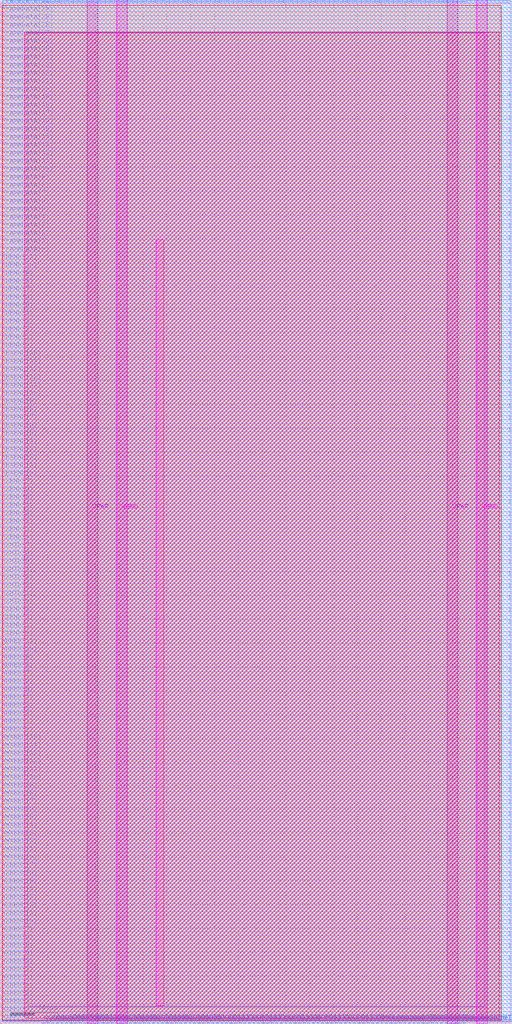
<source format=lef>
VERSION 5.7 ;
  NOWIREEXTENSIONATPIN ON ;
  DIVIDERCHAR "/" ;
  BUSBITCHARS "[]" ;
MACRO E_TT_IF
  CLASS BLOCK ;
  FOREIGN E_TT_IF ;
  ORIGIN 0.000 0.000 ;
  SIZE 107.520 BY 215.040 ;
  PIN CLK_TT_PROJECT
    DIRECTION OUTPUT ;
    USE SIGNAL ;
    ANTENNADIFFAREA 0.708600 ;
    PORT
      LAYER Metal3 ;
        RECT 107.120 116.980 107.520 117.380 ;
    END
  END CLK_TT_PROJECT
  PIN E1END[0]
    DIRECTION INPUT ;
    USE SIGNAL ;
    ANTENNAGATEAREA 1.305200 ;
    PORT
      LAYER Metal3 ;
        RECT 0.000 80.860 0.400 81.260 ;
    END
  END E1END[0]
  PIN E1END[1]
    DIRECTION INPUT ;
    USE SIGNAL ;
    ANTENNAGATEAREA 1.292200 ;
    PORT
      LAYER Metal3 ;
        RECT 0.000 82.540 0.400 82.940 ;
    END
  END E1END[1]
  PIN E1END[2]
    DIRECTION INPUT ;
    USE SIGNAL ;
    ANTENNAGATEAREA 1.279200 ;
    PORT
      LAYER Metal3 ;
        RECT 0.000 84.220 0.400 84.620 ;
    END
  END E1END[2]
  PIN E1END[3]
    DIRECTION INPUT ;
    USE SIGNAL ;
    ANTENNAGATEAREA 1.279200 ;
    PORT
      LAYER Metal3 ;
        RECT 0.000 85.900 0.400 86.300 ;
    END
  END E1END[3]
  PIN E2END[0]
    DIRECTION INPUT ;
    USE SIGNAL ;
    ANTENNAGATEAREA 0.852800 ;
    PORT
      LAYER Metal3 ;
        RECT 0.000 101.020 0.400 101.420 ;
    END
  END E2END[0]
  PIN E2END[1]
    DIRECTION INPUT ;
    USE SIGNAL ;
    ANTENNAGATEAREA 1.079000 ;
    PORT
      LAYER Metal3 ;
        RECT 0.000 102.700 0.400 103.100 ;
    END
  END E2END[1]
  PIN E2END[2]
    DIRECTION INPUT ;
    USE SIGNAL ;
    ANTENNAGATEAREA 1.079000 ;
    PORT
      LAYER Metal3 ;
        RECT 0.000 104.380 0.400 104.780 ;
    END
  END E2END[2]
  PIN E2END[3]
    DIRECTION INPUT ;
    USE SIGNAL ;
    ANTENNAGATEAREA 1.094600 ;
    PORT
      LAYER Metal3 ;
        RECT 0.000 106.060 0.400 106.460 ;
    END
  END E2END[3]
  PIN E2END[4]
    DIRECTION INPUT ;
    USE SIGNAL ;
    ANTENNAGATEAREA 1.094600 ;
    PORT
      LAYER Metal3 ;
        RECT 0.000 107.740 0.400 108.140 ;
    END
  END E2END[4]
  PIN E2END[5]
    DIRECTION INPUT ;
    USE SIGNAL ;
    ANTENNAGATEAREA 1.094600 ;
    PORT
      LAYER Metal3 ;
        RECT 0.000 109.420 0.400 109.820 ;
    END
  END E2END[5]
  PIN E2END[6]
    DIRECTION INPUT ;
    USE SIGNAL ;
    ANTENNAGATEAREA 0.852800 ;
    PORT
      LAYER Metal3 ;
        RECT 0.000 111.100 0.400 111.500 ;
    END
  END E2END[6]
  PIN E2END[7]
    DIRECTION INPUT ;
    USE SIGNAL ;
    ANTENNAGATEAREA 0.852800 ;
    PORT
      LAYER Metal3 ;
        RECT 0.000 112.780 0.400 113.180 ;
    END
  END E2END[7]
  PIN E2MID[0]
    DIRECTION INPUT ;
    USE SIGNAL ;
    ANTENNAGATEAREA 1.033500 ;
    PORT
      LAYER Metal3 ;
        RECT 0.000 87.580 0.400 87.980 ;
    END
  END E2MID[0]
  PIN E2MID[1]
    DIRECTION INPUT ;
    USE SIGNAL ;
    ANTENNAGATEAREA 0.852800 ;
    PORT
      LAYER Metal3 ;
        RECT 0.000 89.260 0.400 89.660 ;
    END
  END E2MID[1]
  PIN E2MID[2]
    DIRECTION INPUT ;
    USE SIGNAL ;
    ANTENNAGATEAREA 0.852800 ;
    PORT
      LAYER Metal3 ;
        RECT 0.000 90.940 0.400 91.340 ;
    END
  END E2MID[2]
  PIN E2MID[3]
    DIRECTION INPUT ;
    USE SIGNAL ;
    ANTENNAGATEAREA 1.079000 ;
    PORT
      LAYER Metal3 ;
        RECT 0.000 92.620 0.400 93.020 ;
    END
  END E2MID[3]
  PIN E2MID[4]
    DIRECTION INPUT ;
    USE SIGNAL ;
    ANTENNAGATEAREA 0.852800 ;
    PORT
      LAYER Metal3 ;
        RECT 0.000 94.300 0.400 94.700 ;
    END
  END E2MID[4]
  PIN E2MID[5]
    DIRECTION INPUT ;
    USE SIGNAL ;
    ANTENNAGATEAREA 0.852800 ;
    PORT
      LAYER Metal3 ;
        RECT 0.000 95.980 0.400 96.380 ;
    END
  END E2MID[5]
  PIN E2MID[6]
    DIRECTION INPUT ;
    USE SIGNAL ;
    ANTENNAGATEAREA 1.358000 ;
    PORT
      LAYER Metal3 ;
        RECT 0.000 97.660 0.400 98.060 ;
    END
  END E2MID[6]
  PIN E2MID[7]
    DIRECTION INPUT ;
    USE SIGNAL ;
    ANTENNAGATEAREA 0.852800 ;
    PORT
      LAYER Metal3 ;
        RECT 0.000 99.340 0.400 99.740 ;
    END
  END E2MID[7]
  PIN E6END[0]
    DIRECTION INPUT ;
    USE SIGNAL ;
    ANTENNAGATEAREA 0.635700 ;
    PORT
      LAYER Metal3 ;
        RECT 0.000 141.340 0.400 141.740 ;
    END
  END E6END[0]
  PIN E6END[10]
    DIRECTION INPUT ;
    USE SIGNAL ;
    ANTENNAGATEAREA 0.820300 ;
    PORT
      LAYER Metal3 ;
        RECT 0.000 158.140 0.400 158.540 ;
    END
  END E6END[10]
  PIN E6END[11]
    DIRECTION INPUT ;
    USE SIGNAL ;
    ANTENNAGATEAREA 0.820300 ;
    PORT
      LAYER Metal3 ;
        RECT 0.000 159.820 0.400 160.220 ;
    END
  END E6END[11]
  PIN E6END[1]
    DIRECTION INPUT ;
    USE SIGNAL ;
    ANTENNAGATEAREA 0.635700 ;
    PORT
      LAYER Metal3 ;
        RECT 0.000 143.020 0.400 143.420 ;
    END
  END E6END[1]
  PIN E6END[2]
    DIRECTION INPUT ;
    USE SIGNAL ;
    ANTENNAGATEAREA 0.635700 ;
    PORT
      LAYER Metal3 ;
        RECT 0.000 144.700 0.400 145.100 ;
    END
  END E6END[2]
  PIN E6END[3]
    DIRECTION INPUT ;
    USE SIGNAL ;
    ANTENNAGATEAREA 0.635700 ;
    PORT
      LAYER Metal3 ;
        RECT 0.000 146.380 0.400 146.780 ;
    END
  END E6END[3]
  PIN E6END[4]
    DIRECTION INPUT ;
    USE SIGNAL ;
    ANTENNAGATEAREA 0.833300 ;
    PORT
      LAYER Metal3 ;
        RECT 0.000 148.060 0.400 148.460 ;
    END
  END E6END[4]
  PIN E6END[5]
    DIRECTION INPUT ;
    USE SIGNAL ;
    ANTENNAGATEAREA 0.820300 ;
    PORT
      LAYER Metal3 ;
        RECT 0.000 149.740 0.400 150.140 ;
    END
  END E6END[5]
  PIN E6END[6]
    DIRECTION INPUT ;
    USE SIGNAL ;
    ANTENNAGATEAREA 0.820300 ;
    PORT
      LAYER Metal3 ;
        RECT 0.000 151.420 0.400 151.820 ;
    END
  END E6END[6]
  PIN E6END[7]
    DIRECTION INPUT ;
    USE SIGNAL ;
    ANTENNAGATEAREA 0.833300 ;
    PORT
      LAYER Metal3 ;
        RECT 0.000 153.100 0.400 153.500 ;
    END
  END E6END[7]
  PIN E6END[8]
    DIRECTION INPUT ;
    USE SIGNAL ;
    ANTENNAGATEAREA 0.833300 ;
    PORT
      LAYER Metal3 ;
        RECT 0.000 154.780 0.400 155.180 ;
    END
  END E6END[8]
  PIN E6END[9]
    DIRECTION INPUT ;
    USE SIGNAL ;
    ANTENNAGATEAREA 0.833300 ;
    PORT
      LAYER Metal3 ;
        RECT 0.000 156.460 0.400 156.860 ;
    END
  END E6END[9]
  PIN EE4END[0]
    DIRECTION INPUT ;
    USE SIGNAL ;
    ANTENNAGATEAREA 0.705400 ;
    PORT
      LAYER Metal3 ;
        RECT 0.000 114.460 0.400 114.860 ;
    END
  END EE4END[0]
  PIN EE4END[10]
    DIRECTION INPUT ;
    USE SIGNAL ;
    ANTENNAGATEAREA 0.426400 ;
    PORT
      LAYER Metal3 ;
        RECT 0.000 131.260 0.400 131.660 ;
    END
  END EE4END[10]
  PIN EE4END[11]
    DIRECTION INPUT ;
    USE SIGNAL ;
    ANTENNAGATEAREA 0.426400 ;
    PORT
      LAYER Metal3 ;
        RECT 0.000 132.940 0.400 133.340 ;
    END
  END EE4END[11]
  PIN EE4END[12]
    DIRECTION INPUT ;
    USE SIGNAL ;
    ANTENNAGATEAREA 0.672900 ;
    PORT
      LAYER Metal3 ;
        RECT 0.000 134.620 0.400 135.020 ;
    END
  END EE4END[12]
  PIN EE4END[13]
    DIRECTION INPUT ;
    USE SIGNAL ;
    ANTENNAGATEAREA 0.607100 ;
    PORT
      LAYER Metal3 ;
        RECT 0.000 136.300 0.400 136.700 ;
    END
  END EE4END[13]
  PIN EE4END[14]
    DIRECTION INPUT ;
    USE SIGNAL ;
    ANTENNAGATEAREA 0.607100 ;
    PORT
      LAYER Metal3 ;
        RECT 0.000 137.980 0.400 138.380 ;
    END
  END EE4END[14]
  PIN EE4END[15]
    DIRECTION INPUT ;
    USE SIGNAL ;
    ANTENNAGATEAREA 0.607100 ;
    PORT
      LAYER Metal3 ;
        RECT 0.000 139.660 0.400 140.060 ;
    END
  END EE4END[15]
  PIN EE4END[1]
    DIRECTION INPUT ;
    USE SIGNAL ;
    ANTENNAGATEAREA 0.668200 ;
    PORT
      LAYER Metal3 ;
        RECT 0.000 116.140 0.400 116.540 ;
    END
  END EE4END[1]
  PIN EE4END[2]
    DIRECTION INPUT ;
    USE SIGNAL ;
    ANTENNAGATEAREA 0.639600 ;
    PORT
      LAYER Metal3 ;
        RECT 0.000 117.820 0.400 118.220 ;
    END
  END EE4END[2]
  PIN EE4END[3]
    DIRECTION INPUT ;
    USE SIGNAL ;
    ANTENNAGATEAREA 0.639600 ;
    PORT
      LAYER Metal3 ;
        RECT 0.000 119.500 0.400 119.900 ;
    END
  END EE4END[3]
  PIN EE4END[4]
    DIRECTION INPUT ;
    USE SIGNAL ;
    ANTENNAGATEAREA 0.426400 ;
    PORT
      LAYER Metal3 ;
        RECT 0.000 121.180 0.400 121.580 ;
    END
  END EE4END[4]
  PIN EE4END[5]
    DIRECTION INPUT ;
    USE SIGNAL ;
    ANTENNAGATEAREA 0.426400 ;
    PORT
      LAYER Metal3 ;
        RECT 0.000 122.860 0.400 123.260 ;
    END
  END EE4END[5]
  PIN EE4END[6]
    DIRECTION INPUT ;
    USE SIGNAL ;
    ANTENNAGATEAREA 0.426400 ;
    PORT
      LAYER Metal3 ;
        RECT 0.000 124.540 0.400 124.940 ;
    END
  END EE4END[6]
  PIN EE4END[7]
    DIRECTION INPUT ;
    USE SIGNAL ;
    ANTENNAGATEAREA 0.426400 ;
    PORT
      LAYER Metal3 ;
        RECT 0.000 126.220 0.400 126.620 ;
    END
  END EE4END[7]
  PIN EE4END[8]
    DIRECTION INPUT ;
    USE SIGNAL ;
    ANTENNAGATEAREA 0.426400 ;
    PORT
      LAYER Metal3 ;
        RECT 0.000 127.900 0.400 128.300 ;
    END
  END EE4END[8]
  PIN EE4END[9]
    DIRECTION INPUT ;
    USE SIGNAL ;
    ANTENNAGATEAREA 0.426400 ;
    PORT
      LAYER Metal3 ;
        RECT 0.000 129.580 0.400 129.980 ;
    END
  END EE4END[9]
  PIN ENA_TT_PROJECT
    DIRECTION OUTPUT ;
    USE SIGNAL ;
    ANTENNADIFFAREA 0.677200 ;
    PORT
      LAYER Metal3 ;
        RECT 107.120 114.460 107.520 114.860 ;
    END
  END ENA_TT_PROJECT
  PIN FrameData[0]
    DIRECTION INPUT ;
    USE SIGNAL ;
    ANTENNAGATEAREA 1.626300 ;
    PORT
      LAYER Metal3 ;
        RECT 0.000 161.500 0.400 161.900 ;
    END
  END FrameData[0]
  PIN FrameData[10]
    DIRECTION INPUT ;
    USE SIGNAL ;
    ANTENNAGATEAREA 1.807000 ;
    PORT
      LAYER Metal3 ;
        RECT 0.000 178.300 0.400 178.700 ;
    END
  END FrameData[10]
  PIN FrameData[11]
    DIRECTION INPUT ;
    USE SIGNAL ;
    ANTENNAGATEAREA 1.807000 ;
    PORT
      LAYER Metal3 ;
        RECT 0.000 179.980 0.400 180.380 ;
    END
  END FrameData[11]
  PIN FrameData[12]
    DIRECTION INPUT ;
    USE SIGNAL ;
    ANTENNAGATEAREA 1.807000 ;
    PORT
      LAYER Metal3 ;
        RECT 0.000 181.660 0.400 182.060 ;
    END
  END FrameData[12]
  PIN FrameData[13]
    DIRECTION INPUT ;
    USE SIGNAL ;
    ANTENNAGATEAREA 1.807000 ;
    PORT
      LAYER Metal3 ;
        RECT 0.000 183.340 0.400 183.740 ;
    END
  END FrameData[13]
  PIN FrameData[14]
    DIRECTION INPUT ;
    USE SIGNAL ;
    ANTENNAGATEAREA 1.807000 ;
    PORT
      LAYER Metal3 ;
        RECT 0.000 185.020 0.400 185.420 ;
    END
  END FrameData[14]
  PIN FrameData[15]
    DIRECTION INPUT ;
    USE SIGNAL ;
    ANTENNAGATEAREA 1.807000 ;
    PORT
      LAYER Metal3 ;
        RECT 0.000 186.700 0.400 187.100 ;
    END
  END FrameData[15]
  PIN FrameData[16]
    DIRECTION INPUT ;
    USE SIGNAL ;
    ANTENNAGATEAREA 1.807000 ;
    PORT
      LAYER Metal3 ;
        RECT 0.000 188.380 0.400 188.780 ;
    END
  END FrameData[16]
  PIN FrameData[17]
    DIRECTION INPUT ;
    USE SIGNAL ;
    ANTENNAGATEAREA 1.807000 ;
    PORT
      LAYER Metal3 ;
        RECT 0.000 190.060 0.400 190.460 ;
    END
  END FrameData[17]
  PIN FrameData[18]
    DIRECTION INPUT ;
    USE SIGNAL ;
    ANTENNAGATEAREA 1.807000 ;
    PORT
      LAYER Metal3 ;
        RECT 0.000 191.740 0.400 192.140 ;
    END
  END FrameData[18]
  PIN FrameData[19]
    DIRECTION INPUT ;
    USE SIGNAL ;
    ANTENNAGATEAREA 1.807000 ;
    PORT
      LAYER Metal3 ;
        RECT 0.000 193.420 0.400 193.820 ;
    END
  END FrameData[19]
  PIN FrameData[1]
    DIRECTION INPUT ;
    USE SIGNAL ;
    ANTENNAGATEAREA 1.626300 ;
    PORT
      LAYER Metal3 ;
        RECT 0.000 163.180 0.400 163.580 ;
    END
  END FrameData[1]
  PIN FrameData[20]
    DIRECTION INPUT ;
    USE SIGNAL ;
    ANTENNAGATEAREA 1.807000 ;
    PORT
      LAYER Metal3 ;
        RECT 0.000 195.100 0.400 195.500 ;
    END
  END FrameData[20]
  PIN FrameData[21]
    DIRECTION INPUT ;
    USE SIGNAL ;
    ANTENNAGATEAREA 1.807000 ;
    PORT
      LAYER Metal3 ;
        RECT 0.000 196.780 0.400 197.180 ;
    END
  END FrameData[21]
  PIN FrameData[22]
    DIRECTION INPUT ;
    USE SIGNAL ;
    ANTENNAGATEAREA 1.807000 ;
    PORT
      LAYER Metal3 ;
        RECT 0.000 198.460 0.400 198.860 ;
    END
  END FrameData[22]
  PIN FrameData[23]
    DIRECTION INPUT ;
    USE SIGNAL ;
    ANTENNAGATEAREA 1.807000 ;
    PORT
      LAYER Metal3 ;
        RECT 0.000 200.140 0.400 200.540 ;
    END
  END FrameData[23]
  PIN FrameData[24]
    DIRECTION INPUT ;
    USE SIGNAL ;
    ANTENNAGATEAREA 1.807000 ;
    PORT
      LAYER Metal3 ;
        RECT 0.000 201.820 0.400 202.220 ;
    END
  END FrameData[24]
  PIN FrameData[25]
    DIRECTION INPUT ;
    USE SIGNAL ;
    ANTENNAGATEAREA 1.807000 ;
    PORT
      LAYER Metal3 ;
        RECT 0.000 203.500 0.400 203.900 ;
    END
  END FrameData[25]
  PIN FrameData[26]
    DIRECTION INPUT ;
    USE SIGNAL ;
    ANTENNAGATEAREA 1.807000 ;
    PORT
      LAYER Metal3 ;
        RECT 0.000 205.180 0.400 205.580 ;
    END
  END FrameData[26]
  PIN FrameData[27]
    DIRECTION INPUT ;
    USE SIGNAL ;
    ANTENNAGATEAREA 1.807000 ;
    PORT
      LAYER Metal3 ;
        RECT 0.000 206.860 0.400 207.260 ;
    END
  END FrameData[27]
  PIN FrameData[28]
    DIRECTION INPUT ;
    USE SIGNAL ;
    ANTENNAGATEAREA 1.807000 ;
    PORT
      LAYER Metal3 ;
        RECT 0.000 208.540 0.400 208.940 ;
    END
  END FrameData[28]
  PIN FrameData[29]
    DIRECTION INPUT ;
    USE SIGNAL ;
    ANTENNAGATEAREA 1.807000 ;
    PORT
      LAYER Metal3 ;
        RECT 0.000 210.220 0.400 210.620 ;
    END
  END FrameData[29]
  PIN FrameData[2]
    DIRECTION INPUT ;
    USE SIGNAL ;
    ANTENNAGATEAREA 1.626300 ;
    PORT
      LAYER Metal3 ;
        RECT 0.000 164.860 0.400 165.260 ;
    END
  END FrameData[2]
  PIN FrameData[30]
    DIRECTION INPUT ;
    USE SIGNAL ;
    ANTENNAGATEAREA 1.807000 ;
    PORT
      LAYER Metal3 ;
        RECT 0.000 211.900 0.400 212.300 ;
    END
  END FrameData[30]
  PIN FrameData[31]
    DIRECTION INPUT ;
    USE SIGNAL ;
    ANTENNAGATEAREA 1.807000 ;
    PORT
      LAYER Metal3 ;
        RECT 0.000 213.580 0.400 213.980 ;
    END
  END FrameData[31]
  PIN FrameData[3]
    DIRECTION INPUT ;
    USE SIGNAL ;
    ANTENNAGATEAREA 1.626300 ;
    PORT
      LAYER Metal3 ;
        RECT 0.000 166.540 0.400 166.940 ;
    END
  END FrameData[3]
  PIN FrameData[4]
    DIRECTION INPUT ;
    USE SIGNAL ;
    ANTENNAGATEAREA 1.626300 ;
    PORT
      LAYER Metal3 ;
        RECT 0.000 168.220 0.400 168.620 ;
    END
  END FrameData[4]
  PIN FrameData[5]
    DIRECTION INPUT ;
    USE SIGNAL ;
    ANTENNAGATEAREA 1.626300 ;
    PORT
      LAYER Metal3 ;
        RECT 0.000 169.900 0.400 170.300 ;
    END
  END FrameData[5]
  PIN FrameData[6]
    DIRECTION INPUT ;
    USE SIGNAL ;
    ANTENNAGATEAREA 1.626300 ;
    PORT
      LAYER Metal3 ;
        RECT 0.000 171.580 0.400 171.980 ;
    END
  END FrameData[6]
  PIN FrameData[7]
    DIRECTION INPUT ;
    USE SIGNAL ;
    ANTENNAGATEAREA 1.626300 ;
    PORT
      LAYER Metal3 ;
        RECT 0.000 173.260 0.400 173.660 ;
    END
  END FrameData[7]
  PIN FrameData[8]
    DIRECTION INPUT ;
    USE SIGNAL ;
    ANTENNAGATEAREA 1.626300 ;
    PORT
      LAYER Metal3 ;
        RECT 0.000 174.940 0.400 175.340 ;
    END
  END FrameData[8]
  PIN FrameData[9]
    DIRECTION INPUT ;
    USE SIGNAL ;
    ANTENNAGATEAREA 1.626300 ;
    PORT
      LAYER Metal3 ;
        RECT 0.000 176.620 0.400 177.020 ;
    END
  END FrameData[9]
  PIN FrameData_O[0]
    DIRECTION OUTPUT ;
    USE SIGNAL ;
    ANTENNADIFFAREA 0.708600 ;
    PORT
      LAYER Metal3 ;
        RECT 107.120 122.020 107.520 122.420 ;
    END
  END FrameData_O[0]
  PIN FrameData_O[10]
    DIRECTION OUTPUT ;
    USE SIGNAL ;
    ANTENNADIFFAREA 0.708600 ;
    PORT
      LAYER Metal3 ;
        RECT 107.120 147.220 107.520 147.620 ;
    END
  END FrameData_O[10]
  PIN FrameData_O[11]
    DIRECTION OUTPUT ;
    USE SIGNAL ;
    ANTENNADIFFAREA 0.708600 ;
    PORT
      LAYER Metal3 ;
        RECT 107.120 149.740 107.520 150.140 ;
    END
  END FrameData_O[11]
  PIN FrameData_O[12]
    DIRECTION OUTPUT ;
    USE SIGNAL ;
    ANTENNADIFFAREA 0.708600 ;
    PORT
      LAYER Metal3 ;
        RECT 107.120 152.260 107.520 152.660 ;
    END
  END FrameData_O[12]
  PIN FrameData_O[13]
    DIRECTION OUTPUT ;
    USE SIGNAL ;
    ANTENNADIFFAREA 0.708600 ;
    PORT
      LAYER Metal3 ;
        RECT 107.120 154.780 107.520 155.180 ;
    END
  END FrameData_O[13]
  PIN FrameData_O[14]
    DIRECTION OUTPUT ;
    USE SIGNAL ;
    ANTENNADIFFAREA 0.708600 ;
    PORT
      LAYER Metal3 ;
        RECT 107.120 157.300 107.520 157.700 ;
    END
  END FrameData_O[14]
  PIN FrameData_O[15]
    DIRECTION OUTPUT ;
    USE SIGNAL ;
    ANTENNADIFFAREA 0.708600 ;
    PORT
      LAYER Metal3 ;
        RECT 107.120 159.820 107.520 160.220 ;
    END
  END FrameData_O[15]
  PIN FrameData_O[16]
    DIRECTION OUTPUT ;
    USE SIGNAL ;
    ANTENNADIFFAREA 0.708600 ;
    PORT
      LAYER Metal3 ;
        RECT 107.120 162.340 107.520 162.740 ;
    END
  END FrameData_O[16]
  PIN FrameData_O[17]
    DIRECTION OUTPUT ;
    USE SIGNAL ;
    ANTENNADIFFAREA 0.708600 ;
    PORT
      LAYER Metal3 ;
        RECT 107.120 164.860 107.520 165.260 ;
    END
  END FrameData_O[17]
  PIN FrameData_O[18]
    DIRECTION OUTPUT ;
    USE SIGNAL ;
    ANTENNADIFFAREA 0.708600 ;
    PORT
      LAYER Metal3 ;
        RECT 107.120 167.380 107.520 167.780 ;
    END
  END FrameData_O[18]
  PIN FrameData_O[19]
    DIRECTION OUTPUT ;
    USE SIGNAL ;
    ANTENNADIFFAREA 0.708600 ;
    PORT
      LAYER Metal3 ;
        RECT 107.120 169.900 107.520 170.300 ;
    END
  END FrameData_O[19]
  PIN FrameData_O[1]
    DIRECTION OUTPUT ;
    USE SIGNAL ;
    ANTENNADIFFAREA 0.708600 ;
    PORT
      LAYER Metal3 ;
        RECT 107.120 124.540 107.520 124.940 ;
    END
  END FrameData_O[1]
  PIN FrameData_O[20]
    DIRECTION OUTPUT ;
    USE SIGNAL ;
    ANTENNADIFFAREA 0.708600 ;
    PORT
      LAYER Metal3 ;
        RECT 107.120 172.420 107.520 172.820 ;
    END
  END FrameData_O[20]
  PIN FrameData_O[21]
    DIRECTION OUTPUT ;
    USE SIGNAL ;
    ANTENNADIFFAREA 0.708600 ;
    PORT
      LAYER Metal3 ;
        RECT 107.120 174.940 107.520 175.340 ;
    END
  END FrameData_O[21]
  PIN FrameData_O[22]
    DIRECTION OUTPUT ;
    USE SIGNAL ;
    ANTENNADIFFAREA 0.708600 ;
    PORT
      LAYER Metal3 ;
        RECT 107.120 177.460 107.520 177.860 ;
    END
  END FrameData_O[22]
  PIN FrameData_O[23]
    DIRECTION OUTPUT ;
    USE SIGNAL ;
    ANTENNADIFFAREA 0.708600 ;
    PORT
      LAYER Metal3 ;
        RECT 107.120 179.980 107.520 180.380 ;
    END
  END FrameData_O[23]
  PIN FrameData_O[24]
    DIRECTION OUTPUT ;
    USE SIGNAL ;
    ANTENNADIFFAREA 0.708600 ;
    PORT
      LAYER Metal3 ;
        RECT 107.120 182.500 107.520 182.900 ;
    END
  END FrameData_O[24]
  PIN FrameData_O[25]
    DIRECTION OUTPUT ;
    USE SIGNAL ;
    ANTENNADIFFAREA 0.708600 ;
    PORT
      LAYER Metal3 ;
        RECT 107.120 185.020 107.520 185.420 ;
    END
  END FrameData_O[25]
  PIN FrameData_O[26]
    DIRECTION OUTPUT ;
    USE SIGNAL ;
    ANTENNADIFFAREA 0.708600 ;
    PORT
      LAYER Metal3 ;
        RECT 107.120 187.540 107.520 187.940 ;
    END
  END FrameData_O[26]
  PIN FrameData_O[27]
    DIRECTION OUTPUT ;
    USE SIGNAL ;
    ANTENNADIFFAREA 0.708600 ;
    PORT
      LAYER Metal3 ;
        RECT 107.120 190.060 107.520 190.460 ;
    END
  END FrameData_O[27]
  PIN FrameData_O[28]
    DIRECTION OUTPUT ;
    USE SIGNAL ;
    ANTENNADIFFAREA 0.708600 ;
    PORT
      LAYER Metal3 ;
        RECT 107.120 192.580 107.520 192.980 ;
    END
  END FrameData_O[28]
  PIN FrameData_O[29]
    DIRECTION OUTPUT ;
    USE SIGNAL ;
    ANTENNADIFFAREA 0.708600 ;
    PORT
      LAYER Metal3 ;
        RECT 107.120 195.100 107.520 195.500 ;
    END
  END FrameData_O[29]
  PIN FrameData_O[2]
    DIRECTION OUTPUT ;
    USE SIGNAL ;
    ANTENNADIFFAREA 0.708600 ;
    PORT
      LAYER Metal3 ;
        RECT 107.120 127.060 107.520 127.460 ;
    END
  END FrameData_O[2]
  PIN FrameData_O[30]
    DIRECTION OUTPUT ;
    USE SIGNAL ;
    ANTENNADIFFAREA 0.708600 ;
    PORT
      LAYER Metal3 ;
        RECT 107.120 197.620 107.520 198.020 ;
    END
  END FrameData_O[30]
  PIN FrameData_O[31]
    DIRECTION OUTPUT ;
    USE SIGNAL ;
    ANTENNADIFFAREA 0.708600 ;
    PORT
      LAYER Metal3 ;
        RECT 107.120 200.140 107.520 200.540 ;
    END
  END FrameData_O[31]
  PIN FrameData_O[3]
    DIRECTION OUTPUT ;
    USE SIGNAL ;
    ANTENNADIFFAREA 0.708600 ;
    PORT
      LAYER Metal3 ;
        RECT 107.120 129.580 107.520 129.980 ;
    END
  END FrameData_O[3]
  PIN FrameData_O[4]
    DIRECTION OUTPUT ;
    USE SIGNAL ;
    ANTENNADIFFAREA 0.708600 ;
    PORT
      LAYER Metal3 ;
        RECT 107.120 132.100 107.520 132.500 ;
    END
  END FrameData_O[4]
  PIN FrameData_O[5]
    DIRECTION OUTPUT ;
    USE SIGNAL ;
    ANTENNADIFFAREA 0.708600 ;
    PORT
      LAYER Metal3 ;
        RECT 107.120 134.620 107.520 135.020 ;
    END
  END FrameData_O[5]
  PIN FrameData_O[6]
    DIRECTION OUTPUT ;
    USE SIGNAL ;
    ANTENNADIFFAREA 0.708600 ;
    PORT
      LAYER Metal3 ;
        RECT 107.120 137.140 107.520 137.540 ;
    END
  END FrameData_O[6]
  PIN FrameData_O[7]
    DIRECTION OUTPUT ;
    USE SIGNAL ;
    ANTENNADIFFAREA 0.708600 ;
    PORT
      LAYER Metal3 ;
        RECT 107.120 139.660 107.520 140.060 ;
    END
  END FrameData_O[7]
  PIN FrameData_O[8]
    DIRECTION OUTPUT ;
    USE SIGNAL ;
    ANTENNADIFFAREA 0.708600 ;
    PORT
      LAYER Metal3 ;
        RECT 107.120 142.180 107.520 142.580 ;
    END
  END FrameData_O[8]
  PIN FrameData_O[9]
    DIRECTION OUTPUT ;
    USE SIGNAL ;
    ANTENNADIFFAREA 0.708600 ;
    PORT
      LAYER Metal3 ;
        RECT 107.120 144.700 107.520 145.100 ;
    END
  END FrameData_O[9]
  PIN FrameStrobe[0]
    DIRECTION INPUT ;
    USE SIGNAL ;
    ANTENNAGATEAREA 6.753500 ;
    PORT
      LAYER Metal2 ;
        RECT 79.000 0.000 79.400 0.400 ;
    END
  END FrameStrobe[0]
  PIN FrameStrobe[10]
    DIRECTION INPUT ;
    USE SIGNAL ;
    ANTENNAGATEAREA 0.789100 ;
    ANTENNADIFFAREA 2.015400 ;
    PORT
      LAYER Metal2 ;
        RECT 88.600 0.000 89.000 0.400 ;
    END
  END FrameStrobe[10]
  PIN FrameStrobe[11]
    DIRECTION INPUT ;
    USE SIGNAL ;
    ANTENNAGATEAREA 0.789100 ;
    ANTENNADIFFAREA 2.015400 ;
    PORT
      LAYER Metal2 ;
        RECT 89.560 0.000 89.960 0.400 ;
    END
  END FrameStrobe[11]
  PIN FrameStrobe[12]
    DIRECTION INPUT ;
    USE SIGNAL ;
    ANTENNAGATEAREA 0.789100 ;
    ANTENNADIFFAREA 2.015400 ;
    PORT
      LAYER Metal2 ;
        RECT 90.520 0.000 90.920 0.400 ;
    END
  END FrameStrobe[12]
  PIN FrameStrobe[13]
    DIRECTION INPUT ;
    USE SIGNAL ;
    ANTENNAGATEAREA 0.180700 ;
    PORT
      LAYER Metal2 ;
        RECT 91.480 0.000 91.880 0.400 ;
    END
  END FrameStrobe[13]
  PIN FrameStrobe[14]
    DIRECTION INPUT ;
    USE SIGNAL ;
    ANTENNAGATEAREA 0.789100 ;
    ANTENNADIFFAREA 2.015400 ;
    PORT
      LAYER Metal2 ;
        RECT 92.440 0.000 92.840 0.400 ;
    END
  END FrameStrobe[14]
  PIN FrameStrobe[15]
    DIRECTION INPUT ;
    USE SIGNAL ;
    ANTENNAGATEAREA 0.789100 ;
    ANTENNADIFFAREA 2.015400 ;
    PORT
      LAYER Metal2 ;
        RECT 93.400 0.000 93.800 0.400 ;
    END
  END FrameStrobe[15]
  PIN FrameStrobe[16]
    DIRECTION INPUT ;
    USE SIGNAL ;
    ANTENNAGATEAREA 0.180700 ;
    PORT
      LAYER Metal2 ;
        RECT 94.360 0.000 94.760 0.400 ;
    END
  END FrameStrobe[16]
  PIN FrameStrobe[17]
    DIRECTION INPUT ;
    USE SIGNAL ;
    ANTENNAGATEAREA 0.789100 ;
    ANTENNADIFFAREA 2.015400 ;
    PORT
      LAYER Metal2 ;
        RECT 95.320 0.000 95.720 0.400 ;
    END
  END FrameStrobe[17]
  PIN FrameStrobe[18]
    DIRECTION INPUT ;
    USE SIGNAL ;
    ANTENNAGATEAREA 0.180700 ;
    PORT
      LAYER Metal2 ;
        RECT 96.280 0.000 96.680 0.400 ;
    END
  END FrameStrobe[18]
  PIN FrameStrobe[19]
    DIRECTION INPUT ;
    USE SIGNAL ;
    ANTENNAGATEAREA 0.789100 ;
    ANTENNADIFFAREA 2.015400 ;
    PORT
      LAYER Metal2 ;
        RECT 97.240 0.000 97.640 0.400 ;
    END
  END FrameStrobe[19]
  PIN FrameStrobe[1]
    DIRECTION INPUT ;
    USE SIGNAL ;
    ANTENNAGATEAREA 6.753500 ;
    PORT
      LAYER Metal2 ;
        RECT 79.960 0.000 80.360 0.400 ;
    END
  END FrameStrobe[1]
  PIN FrameStrobe[2]
    DIRECTION INPUT ;
    USE SIGNAL ;
    ANTENNAGATEAREA 6.753500 ;
    PORT
      LAYER Metal2 ;
        RECT 80.920 0.000 81.320 0.400 ;
    END
  END FrameStrobe[2]
  PIN FrameStrobe[3]
    DIRECTION INPUT ;
    USE SIGNAL ;
    ANTENNAGATEAREA 6.753500 ;
    PORT
      LAYER Metal2 ;
        RECT 81.880 0.000 82.280 0.400 ;
    END
  END FrameStrobe[3]
  PIN FrameStrobe[4]
    DIRECTION INPUT ;
    USE SIGNAL ;
    ANTENNAGATEAREA 6.753500 ;
    PORT
      LAYER Metal2 ;
        RECT 82.840 0.000 83.240 0.400 ;
    END
  END FrameStrobe[4]
  PIN FrameStrobe[5]
    DIRECTION INPUT ;
    USE SIGNAL ;
    ANTENNAGATEAREA 6.753500 ;
    PORT
      LAYER Metal2 ;
        RECT 83.800 0.000 84.200 0.400 ;
    END
  END FrameStrobe[5]
  PIN FrameStrobe[6]
    DIRECTION INPUT ;
    USE SIGNAL ;
    ANTENNAGATEAREA 6.753500 ;
    PORT
      LAYER Metal2 ;
        RECT 84.760 0.000 85.160 0.400 ;
    END
  END FrameStrobe[6]
  PIN FrameStrobe[7]
    DIRECTION INPUT ;
    USE SIGNAL ;
    ANTENNAGATEAREA 6.753500 ;
    PORT
      LAYER Metal2 ;
        RECT 85.720 0.000 86.120 0.400 ;
    END
  END FrameStrobe[7]
  PIN FrameStrobe[8]
    DIRECTION INPUT ;
    USE SIGNAL ;
    ANTENNAGATEAREA 4.699500 ;
    PORT
      LAYER Metal2 ;
        RECT 86.680 0.000 87.080 0.400 ;
    END
  END FrameStrobe[8]
  PIN FrameStrobe[9]
    DIRECTION INPUT ;
    USE SIGNAL ;
    ANTENNAGATEAREA 0.789100 ;
    ANTENNADIFFAREA 2.015400 ;
    PORT
      LAYER Metal2 ;
        RECT 87.640 0.000 88.040 0.400 ;
    END
  END FrameStrobe[9]
  PIN FrameStrobe_O[0]
    DIRECTION OUTPUT ;
    USE SIGNAL ;
    ANTENNADIFFAREA 0.708600 ;
    PORT
      LAYER Metal2 ;
        RECT 79.000 214.640 79.400 215.040 ;
    END
  END FrameStrobe_O[0]
  PIN FrameStrobe_O[10]
    DIRECTION OUTPUT ;
    USE SIGNAL ;
    ANTENNADIFFAREA 0.708600 ;
    PORT
      LAYER Metal2 ;
        RECT 88.600 214.640 89.000 215.040 ;
    END
  END FrameStrobe_O[10]
  PIN FrameStrobe_O[11]
    DIRECTION OUTPUT ;
    USE SIGNAL ;
    ANTENNADIFFAREA 0.708600 ;
    PORT
      LAYER Metal2 ;
        RECT 89.560 214.640 89.960 215.040 ;
    END
  END FrameStrobe_O[11]
  PIN FrameStrobe_O[12]
    DIRECTION OUTPUT ;
    USE SIGNAL ;
    ANTENNADIFFAREA 0.708600 ;
    PORT
      LAYER Metal2 ;
        RECT 90.520 214.640 90.920 215.040 ;
    END
  END FrameStrobe_O[12]
  PIN FrameStrobe_O[13]
    DIRECTION OUTPUT ;
    USE SIGNAL ;
    ANTENNADIFFAREA 0.708600 ;
    PORT
      LAYER Metal2 ;
        RECT 91.480 214.640 91.880 215.040 ;
    END
  END FrameStrobe_O[13]
  PIN FrameStrobe_O[14]
    DIRECTION OUTPUT ;
    USE SIGNAL ;
    ANTENNADIFFAREA 0.708600 ;
    PORT
      LAYER Metal2 ;
        RECT 92.440 214.640 92.840 215.040 ;
    END
  END FrameStrobe_O[14]
  PIN FrameStrobe_O[15]
    DIRECTION OUTPUT ;
    USE SIGNAL ;
    ANTENNADIFFAREA 0.708600 ;
    PORT
      LAYER Metal2 ;
        RECT 93.400 214.640 93.800 215.040 ;
    END
  END FrameStrobe_O[15]
  PIN FrameStrobe_O[16]
    DIRECTION OUTPUT ;
    USE SIGNAL ;
    ANTENNADIFFAREA 0.708600 ;
    PORT
      LAYER Metal2 ;
        RECT 94.360 214.640 94.760 215.040 ;
    END
  END FrameStrobe_O[16]
  PIN FrameStrobe_O[17]
    DIRECTION OUTPUT ;
    USE SIGNAL ;
    ANTENNADIFFAREA 0.708600 ;
    PORT
      LAYER Metal2 ;
        RECT 95.320 214.640 95.720 215.040 ;
    END
  END FrameStrobe_O[17]
  PIN FrameStrobe_O[18]
    DIRECTION OUTPUT ;
    USE SIGNAL ;
    ANTENNADIFFAREA 0.708600 ;
    PORT
      LAYER Metal2 ;
        RECT 96.280 214.640 96.680 215.040 ;
    END
  END FrameStrobe_O[18]
  PIN FrameStrobe_O[19]
    DIRECTION OUTPUT ;
    USE SIGNAL ;
    ANTENNADIFFAREA 0.708600 ;
    PORT
      LAYER Metal2 ;
        RECT 97.240 214.640 97.640 215.040 ;
    END
  END FrameStrobe_O[19]
  PIN FrameStrobe_O[1]
    DIRECTION OUTPUT ;
    USE SIGNAL ;
    ANTENNADIFFAREA 0.708600 ;
    PORT
      LAYER Metal2 ;
        RECT 79.960 214.640 80.360 215.040 ;
    END
  END FrameStrobe_O[1]
  PIN FrameStrobe_O[2]
    DIRECTION OUTPUT ;
    USE SIGNAL ;
    ANTENNADIFFAREA 0.708600 ;
    PORT
      LAYER Metal2 ;
        RECT 80.920 214.640 81.320 215.040 ;
    END
  END FrameStrobe_O[2]
  PIN FrameStrobe_O[3]
    DIRECTION OUTPUT ;
    USE SIGNAL ;
    ANTENNADIFFAREA 0.708600 ;
    PORT
      LAYER Metal2 ;
        RECT 81.880 214.640 82.280 215.040 ;
    END
  END FrameStrobe_O[3]
  PIN FrameStrobe_O[4]
    DIRECTION OUTPUT ;
    USE SIGNAL ;
    ANTENNADIFFAREA 0.708600 ;
    PORT
      LAYER Metal2 ;
        RECT 82.840 214.640 83.240 215.040 ;
    END
  END FrameStrobe_O[4]
  PIN FrameStrobe_O[5]
    DIRECTION OUTPUT ;
    USE SIGNAL ;
    ANTENNADIFFAREA 0.708600 ;
    PORT
      LAYER Metal2 ;
        RECT 83.800 214.640 84.200 215.040 ;
    END
  END FrameStrobe_O[5]
  PIN FrameStrobe_O[6]
    DIRECTION OUTPUT ;
    USE SIGNAL ;
    ANTENNADIFFAREA 0.708600 ;
    PORT
      LAYER Metal2 ;
        RECT 84.760 214.640 85.160 215.040 ;
    END
  END FrameStrobe_O[6]
  PIN FrameStrobe_O[7]
    DIRECTION OUTPUT ;
    USE SIGNAL ;
    ANTENNADIFFAREA 0.708600 ;
    PORT
      LAYER Metal2 ;
        RECT 85.720 214.640 86.120 215.040 ;
    END
  END FrameStrobe_O[7]
  PIN FrameStrobe_O[8]
    DIRECTION OUTPUT ;
    USE SIGNAL ;
    ANTENNADIFFAREA 0.708600 ;
    PORT
      LAYER Metal2 ;
        RECT 86.680 214.640 87.080 215.040 ;
    END
  END FrameStrobe_O[8]
  PIN FrameStrobe_O[9]
    DIRECTION OUTPUT ;
    USE SIGNAL ;
    ANTENNADIFFAREA 0.708600 ;
    PORT
      LAYER Metal2 ;
        RECT 87.640 214.640 88.040 215.040 ;
    END
  END FrameStrobe_O[9]
  PIN N1BEG[0]
    DIRECTION OUTPUT ;
    USE SIGNAL ;
    ANTENNADIFFAREA 0.708600 ;
    PORT
      LAYER Metal2 ;
        RECT 8.920 214.640 9.320 215.040 ;
    END
  END N1BEG[0]
  PIN N1BEG[1]
    DIRECTION OUTPUT ;
    USE SIGNAL ;
    ANTENNADIFFAREA 0.708600 ;
    PORT
      LAYER Metal2 ;
        RECT 9.880 214.640 10.280 215.040 ;
    END
  END N1BEG[1]
  PIN N1BEG[2]
    DIRECTION OUTPUT ;
    USE SIGNAL ;
    ANTENNADIFFAREA 0.708600 ;
    PORT
      LAYER Metal2 ;
        RECT 10.840 214.640 11.240 215.040 ;
    END
  END N1BEG[2]
  PIN N1BEG[3]
    DIRECTION OUTPUT ;
    USE SIGNAL ;
    ANTENNADIFFAREA 0.708600 ;
    PORT
      LAYER Metal2 ;
        RECT 11.800 214.640 12.200 215.040 ;
    END
  END N1BEG[3]
  PIN N1END[0]
    DIRECTION INPUT ;
    USE SIGNAL ;
    ANTENNAGATEAREA 1.311700 ;
    PORT
      LAYER Metal2 ;
        RECT 8.920 0.000 9.320 0.400 ;
    END
  END N1END[0]
  PIN N1END[1]
    DIRECTION INPUT ;
    USE SIGNAL ;
    ANTENNAGATEAREA 1.311700 ;
    PORT
      LAYER Metal2 ;
        RECT 9.880 0.000 10.280 0.400 ;
    END
  END N1END[1]
  PIN N1END[2]
    DIRECTION INPUT ;
    USE SIGNAL ;
    ANTENNAGATEAREA 1.311700 ;
    PORT
      LAYER Metal2 ;
        RECT 10.840 0.000 11.240 0.400 ;
    END
  END N1END[2]
  PIN N1END[3]
    DIRECTION INPUT ;
    USE SIGNAL ;
    ANTENNAGATEAREA 1.311700 ;
    PORT
      LAYER Metal2 ;
        RECT 11.800 0.000 12.200 0.400 ;
    END
  END N1END[3]
  PIN N2BEG[0]
    DIRECTION OUTPUT ;
    USE SIGNAL ;
    ANTENNADIFFAREA 0.708600 ;
    PORT
      LAYER Metal2 ;
        RECT 12.760 214.640 13.160 215.040 ;
    END
  END N2BEG[0]
  PIN N2BEG[1]
    DIRECTION OUTPUT ;
    USE SIGNAL ;
    ANTENNADIFFAREA 0.708600 ;
    PORT
      LAYER Metal2 ;
        RECT 13.720 214.640 14.120 215.040 ;
    END
  END N2BEG[1]
  PIN N2BEG[2]
    DIRECTION OUTPUT ;
    USE SIGNAL ;
    ANTENNADIFFAREA 0.708600 ;
    PORT
      LAYER Metal2 ;
        RECT 14.680 214.640 15.080 215.040 ;
    END
  END N2BEG[2]
  PIN N2BEG[3]
    DIRECTION OUTPUT ;
    USE SIGNAL ;
    ANTENNADIFFAREA 0.708600 ;
    PORT
      LAYER Metal2 ;
        RECT 15.640 214.640 16.040 215.040 ;
    END
  END N2BEG[3]
  PIN N2BEG[4]
    DIRECTION OUTPUT ;
    USE SIGNAL ;
    ANTENNADIFFAREA 0.708600 ;
    PORT
      LAYER Metal2 ;
        RECT 16.600 214.640 17.000 215.040 ;
    END
  END N2BEG[4]
  PIN N2BEG[5]
    DIRECTION OUTPUT ;
    USE SIGNAL ;
    ANTENNADIFFAREA 0.708600 ;
    PORT
      LAYER Metal2 ;
        RECT 17.560 214.640 17.960 215.040 ;
    END
  END N2BEG[5]
  PIN N2BEG[6]
    DIRECTION OUTPUT ;
    USE SIGNAL ;
    ANTENNADIFFAREA 0.708600 ;
    PORT
      LAYER Metal2 ;
        RECT 18.520 214.640 18.920 215.040 ;
    END
  END N2BEG[6]
  PIN N2BEG[7]
    DIRECTION OUTPUT ;
    USE SIGNAL ;
    ANTENNADIFFAREA 0.708600 ;
    PORT
      LAYER Metal2 ;
        RECT 19.480 214.640 19.880 215.040 ;
    END
  END N2BEG[7]
  PIN N2BEGb[0]
    DIRECTION OUTPUT ;
    USE SIGNAL ;
    ANTENNADIFFAREA 0.708600 ;
    PORT
      LAYER Metal2 ;
        RECT 20.440 214.640 20.840 215.040 ;
    END
  END N2BEGb[0]
  PIN N2BEGb[1]
    DIRECTION OUTPUT ;
    USE SIGNAL ;
    ANTENNADIFFAREA 0.708600 ;
    PORT
      LAYER Metal2 ;
        RECT 21.400 214.640 21.800 215.040 ;
    END
  END N2BEGb[1]
  PIN N2BEGb[2]
    DIRECTION OUTPUT ;
    USE SIGNAL ;
    ANTENNADIFFAREA 0.708600 ;
    PORT
      LAYER Metal2 ;
        RECT 22.360 214.640 22.760 215.040 ;
    END
  END N2BEGb[2]
  PIN N2BEGb[3]
    DIRECTION OUTPUT ;
    USE SIGNAL ;
    ANTENNADIFFAREA 0.708600 ;
    PORT
      LAYER Metal2 ;
        RECT 23.320 214.640 23.720 215.040 ;
    END
  END N2BEGb[3]
  PIN N2BEGb[4]
    DIRECTION OUTPUT ;
    USE SIGNAL ;
    ANTENNADIFFAREA 0.708600 ;
    PORT
      LAYER Metal2 ;
        RECT 24.280 214.640 24.680 215.040 ;
    END
  END N2BEGb[4]
  PIN N2BEGb[5]
    DIRECTION OUTPUT ;
    USE SIGNAL ;
    ANTENNADIFFAREA 0.708600 ;
    PORT
      LAYER Metal2 ;
        RECT 25.240 214.640 25.640 215.040 ;
    END
  END N2BEGb[5]
  PIN N2BEGb[6]
    DIRECTION OUTPUT ;
    USE SIGNAL ;
    ANTENNADIFFAREA 0.708600 ;
    PORT
      LAYER Metal2 ;
        RECT 26.200 214.640 26.600 215.040 ;
    END
  END N2BEGb[6]
  PIN N2BEGb[7]
    DIRECTION OUTPUT ;
    USE SIGNAL ;
    ANTENNADIFFAREA 0.708600 ;
    PORT
      LAYER Metal2 ;
        RECT 27.160 214.640 27.560 215.040 ;
    END
  END N2BEGb[7]
  PIN N2END[0]
    DIRECTION INPUT ;
    USE SIGNAL ;
    ANTENNAGATEAREA 0.213200 ;
    PORT
      LAYER Metal2 ;
        RECT 20.440 0.000 20.840 0.400 ;
    END
  END N2END[0]
  PIN N2END[1]
    DIRECTION INPUT ;
    USE SIGNAL ;
    ANTENNAGATEAREA 0.213200 ;
    PORT
      LAYER Metal2 ;
        RECT 21.400 0.000 21.800 0.400 ;
    END
  END N2END[1]
  PIN N2END[2]
    DIRECTION INPUT ;
    USE SIGNAL ;
    ANTENNAGATEAREA 2.873000 ;
    ANTENNADIFFAREA 8.061600 ;
    PORT
      LAYER Metal2 ;
        RECT 22.360 0.000 22.760 0.400 ;
    END
  END N2END[2]
  PIN N2END[3]
    DIRECTION INPUT ;
    USE SIGNAL ;
    ANTENNAGATEAREA 0.492200 ;
    PORT
      LAYER Metal2 ;
        RECT 23.320 0.000 23.720 0.400 ;
    END
  END N2END[3]
  PIN N2END[4]
    DIRECTION INPUT ;
    USE SIGNAL ;
    ANTENNAGATEAREA 0.213200 ;
    PORT
      LAYER Metal2 ;
        RECT 24.280 0.000 24.680 0.400 ;
    END
  END N2END[4]
  PIN N2END[5]
    DIRECTION INPUT ;
    USE SIGNAL ;
    ANTENNAGATEAREA 0.213200 ;
    PORT
      LAYER Metal2 ;
        RECT 25.240 0.000 25.640 0.400 ;
    END
  END N2END[5]
  PIN N2END[6]
    DIRECTION INPUT ;
    USE SIGNAL ;
    ANTENNAGATEAREA 0.213200 ;
    PORT
      LAYER Metal2 ;
        RECT 26.200 0.000 26.600 0.400 ;
    END
  END N2END[6]
  PIN N2END[7]
    DIRECTION INPUT ;
    USE SIGNAL ;
    ANTENNAGATEAREA 0.821600 ;
    ANTENNADIFFAREA 2.015400 ;
    PORT
      LAYER Metal2 ;
        RECT 27.160 0.000 27.560 0.400 ;
    END
  END N2END[7]
  PIN N2MID[0]
    DIRECTION INPUT ;
    USE SIGNAL ;
    ANTENNAGATEAREA 0.393900 ;
    PORT
      LAYER Metal2 ;
        RECT 12.760 0.000 13.160 0.400 ;
    END
  END N2MID[0]
  PIN N2MID[1]
    DIRECTION INPUT ;
    USE SIGNAL ;
    ANTENNAGATEAREA 2.219100 ;
    ANTENNADIFFAREA 6.046200 ;
    PORT
      LAYER Metal2 ;
        RECT 13.720 0.000 14.120 0.400 ;
    END
  END N2MID[1]
  PIN N2MID[2]
    DIRECTION INPUT ;
    USE SIGNAL ;
    ANTENNAGATEAREA 2.219100 ;
    ANTENNADIFFAREA 6.046200 ;
    PORT
      LAYER Metal2 ;
        RECT 14.680 0.000 15.080 0.400 ;
    END
  END N2MID[2]
  PIN N2MID[3]
    DIRECTION INPUT ;
    USE SIGNAL ;
    ANTENNAGATEAREA 0.393900 ;
    PORT
      LAYER Metal2 ;
        RECT 15.640 0.000 16.040 0.400 ;
    END
  END N2MID[3]
  PIN N2MID[4]
    DIRECTION INPUT ;
    USE SIGNAL ;
    ANTENNAGATEAREA 0.393900 ;
    PORT
      LAYER Metal2 ;
        RECT 16.600 0.000 17.000 0.400 ;
    END
  END N2MID[4]
  PIN N2MID[5]
    DIRECTION INPUT ;
    USE SIGNAL ;
    ANTENNAGATEAREA 2.219100 ;
    ANTENNADIFFAREA 6.046200 ;
    PORT
      LAYER Metal2 ;
        RECT 17.560 0.000 17.960 0.400 ;
    END
  END N2MID[5]
  PIN N2MID[6]
    DIRECTION INPUT ;
    USE SIGNAL ;
    ANTENNAGATEAREA 0.861900 ;
    PORT
      LAYER Metal2 ;
        RECT 18.520 0.000 18.920 0.400 ;
    END
  END N2MID[6]
  PIN N2MID[7]
    DIRECTION INPUT ;
    USE SIGNAL ;
    ANTENNAGATEAREA 0.393900 ;
    PORT
      LAYER Metal2 ;
        RECT 19.480 0.000 19.880 0.400 ;
    END
  END N2MID[7]
  PIN N4BEG[0]
    DIRECTION OUTPUT ;
    USE SIGNAL ;
    ANTENNADIFFAREA 0.708600 ;
    PORT
      LAYER Metal2 ;
        RECT 28.120 214.640 28.520 215.040 ;
    END
  END N4BEG[0]
  PIN N4BEG[10]
    DIRECTION OUTPUT ;
    USE SIGNAL ;
    ANTENNADIFFAREA 0.708600 ;
    PORT
      LAYER Metal2 ;
        RECT 37.720 214.640 38.120 215.040 ;
    END
  END N4BEG[10]
  PIN N4BEG[11]
    DIRECTION OUTPUT ;
    USE SIGNAL ;
    ANTENNADIFFAREA 0.708600 ;
    PORT
      LAYER Metal2 ;
        RECT 38.680 214.640 39.080 215.040 ;
    END
  END N4BEG[11]
  PIN N4BEG[12]
    DIRECTION OUTPUT ;
    USE SIGNAL ;
    ANTENNADIFFAREA 0.708600 ;
    PORT
      LAYER Metal2 ;
        RECT 39.640 214.640 40.040 215.040 ;
    END
  END N4BEG[12]
  PIN N4BEG[13]
    DIRECTION OUTPUT ;
    USE SIGNAL ;
    ANTENNADIFFAREA 0.708600 ;
    PORT
      LAYER Metal2 ;
        RECT 40.600 214.640 41.000 215.040 ;
    END
  END N4BEG[13]
  PIN N4BEG[14]
    DIRECTION OUTPUT ;
    USE SIGNAL ;
    ANTENNADIFFAREA 0.708600 ;
    PORT
      LAYER Metal2 ;
        RECT 41.560 214.640 41.960 215.040 ;
    END
  END N4BEG[14]
  PIN N4BEG[15]
    DIRECTION OUTPUT ;
    USE SIGNAL ;
    ANTENNADIFFAREA 0.708600 ;
    PORT
      LAYER Metal2 ;
        RECT 42.520 214.640 42.920 215.040 ;
    END
  END N4BEG[15]
  PIN N4BEG[1]
    DIRECTION OUTPUT ;
    USE SIGNAL ;
    ANTENNADIFFAREA 0.708600 ;
    PORT
      LAYER Metal2 ;
        RECT 29.080 214.640 29.480 215.040 ;
    END
  END N4BEG[1]
  PIN N4BEG[2]
    DIRECTION OUTPUT ;
    USE SIGNAL ;
    ANTENNADIFFAREA 0.708600 ;
    PORT
      LAYER Metal2 ;
        RECT 30.040 214.640 30.440 215.040 ;
    END
  END N4BEG[2]
  PIN N4BEG[3]
    DIRECTION OUTPUT ;
    USE SIGNAL ;
    ANTENNADIFFAREA 0.708600 ;
    PORT
      LAYER Metal2 ;
        RECT 31.000 214.640 31.400 215.040 ;
    END
  END N4BEG[3]
  PIN N4BEG[4]
    DIRECTION OUTPUT ;
    USE SIGNAL ;
    ANTENNADIFFAREA 0.708600 ;
    PORT
      LAYER Metal2 ;
        RECT 31.960 214.640 32.360 215.040 ;
    END
  END N4BEG[4]
  PIN N4BEG[5]
    DIRECTION OUTPUT ;
    USE SIGNAL ;
    ANTENNADIFFAREA 0.708600 ;
    PORT
      LAYER Metal2 ;
        RECT 32.920 214.640 33.320 215.040 ;
    END
  END N4BEG[5]
  PIN N4BEG[6]
    DIRECTION OUTPUT ;
    USE SIGNAL ;
    ANTENNADIFFAREA 0.708600 ;
    PORT
      LAYER Metal2 ;
        RECT 33.880 214.640 34.280 215.040 ;
    END
  END N4BEG[6]
  PIN N4BEG[7]
    DIRECTION OUTPUT ;
    USE SIGNAL ;
    ANTENNADIFFAREA 0.708600 ;
    PORT
      LAYER Metal2 ;
        RECT 34.840 214.640 35.240 215.040 ;
    END
  END N4BEG[7]
  PIN N4BEG[8]
    DIRECTION OUTPUT ;
    USE SIGNAL ;
    ANTENNADIFFAREA 0.708600 ;
    PORT
      LAYER Metal2 ;
        RECT 35.800 214.640 36.200 215.040 ;
    END
  END N4BEG[8]
  PIN N4BEG[9]
    DIRECTION OUTPUT ;
    USE SIGNAL ;
    ANTENNADIFFAREA 0.708600 ;
    PORT
      LAYER Metal2 ;
        RECT 36.760 214.640 37.160 215.040 ;
    END
  END N4BEG[9]
  PIN N4END[0]
    DIRECTION INPUT ;
    USE SIGNAL ;
    ANTENNAGATEAREA 1.066000 ;
    PORT
      LAYER Metal2 ;
        RECT 28.120 0.000 28.520 0.400 ;
    END
  END N4END[0]
  PIN N4END[10]
    DIRECTION INPUT ;
    USE SIGNAL ;
    ANTENNAGATEAREA 0.180700 ;
    PORT
      LAYER Metal2 ;
        RECT 37.720 0.000 38.120 0.400 ;
    END
  END N4END[10]
  PIN N4END[11]
    DIRECTION INPUT ;
    USE SIGNAL ;
    ANTENNAGATEAREA 0.180700 ;
    PORT
      LAYER Metal2 ;
        RECT 38.680 0.000 39.080 0.400 ;
    END
  END N4END[11]
  PIN N4END[12]
    DIRECTION INPUT ;
    USE SIGNAL ;
    ANTENNAGATEAREA 0.180700 ;
    PORT
      LAYER Metal2 ;
        RECT 39.640 0.000 40.040 0.400 ;
    END
  END N4END[12]
  PIN N4END[13]
    DIRECTION INPUT ;
    USE SIGNAL ;
    ANTENNAGATEAREA 0.180700 ;
    PORT
      LAYER Metal2 ;
        RECT 40.600 0.000 41.000 0.400 ;
    END
  END N4END[13]
  PIN N4END[14]
    DIRECTION INPUT ;
    USE SIGNAL ;
    ANTENNAGATEAREA 0.180700 ;
    PORT
      LAYER Metal2 ;
        RECT 41.560 0.000 41.960 0.400 ;
    END
  END N4END[14]
  PIN N4END[15]
    DIRECTION INPUT ;
    USE SIGNAL ;
    ANTENNAGATEAREA 0.180700 ;
    PORT
      LAYER Metal2 ;
        RECT 42.520 0.000 42.920 0.400 ;
    END
  END N4END[15]
  PIN N4END[1]
    DIRECTION INPUT ;
    USE SIGNAL ;
    ANTENNAGATEAREA 1.066000 ;
    PORT
      LAYER Metal2 ;
        RECT 29.080 0.000 29.480 0.400 ;
    END
  END N4END[1]
  PIN N4END[2]
    DIRECTION INPUT ;
    USE SIGNAL ;
    ANTENNAGATEAREA 1.066000 ;
    PORT
      LAYER Metal2 ;
        RECT 30.040 0.000 30.440 0.400 ;
    END
  END N4END[2]
  PIN N4END[3]
    DIRECTION INPUT ;
    USE SIGNAL ;
    ANTENNAGATEAREA 1.066000 ;
    PORT
      LAYER Metal2 ;
        RECT 31.000 0.000 31.400 0.400 ;
    END
  END N4END[3]
  PIN N4END[4]
    DIRECTION INPUT ;
    USE SIGNAL ;
    ANTENNAGATEAREA 0.789100 ;
    ANTENNADIFFAREA 2.015400 ;
    PORT
      LAYER Metal2 ;
        RECT 31.960 0.000 32.360 0.400 ;
    END
  END N4END[4]
  PIN N4END[5]
    DIRECTION INPUT ;
    USE SIGNAL ;
    ANTENNAGATEAREA 0.180700 ;
    PORT
      LAYER Metal2 ;
        RECT 32.920 0.000 33.320 0.400 ;
    END
  END N4END[5]
  PIN N4END[6]
    DIRECTION INPUT ;
    USE SIGNAL ;
    ANTENNAGATEAREA 0.789100 ;
    ANTENNADIFFAREA 2.015400 ;
    PORT
      LAYER Metal2 ;
        RECT 33.880 0.000 34.280 0.400 ;
    END
  END N4END[6]
  PIN N4END[7]
    DIRECTION INPUT ;
    USE SIGNAL ;
    ANTENNAGATEAREA 0.789100 ;
    ANTENNADIFFAREA 2.015400 ;
    PORT
      LAYER Metal2 ;
        RECT 34.840 0.000 35.240 0.400 ;
    END
  END N4END[7]
  PIN N4END[8]
    DIRECTION INPUT ;
    USE SIGNAL ;
    ANTENNAGATEAREA 1.397500 ;
    ANTENNADIFFAREA 4.030800 ;
    PORT
      LAYER Metal2 ;
        RECT 35.800 0.000 36.200 0.400 ;
    END
  END N4END[8]
  PIN N4END[9]
    DIRECTION INPUT ;
    USE SIGNAL ;
    ANTENNAGATEAREA 0.789100 ;
    ANTENNADIFFAREA 2.015400 ;
    PORT
      LAYER Metal2 ;
        RECT 36.760 0.000 37.160 0.400 ;
    END
  END N4END[9]
  PIN RST_N_TT_PROJECT
    DIRECTION OUTPUT ;
    USE SIGNAL ;
    ANTENNADIFFAREA 0.615900 ;
    PORT
      LAYER Metal3 ;
        RECT 107.120 119.500 107.520 119.900 ;
    END
  END RST_N_TT_PROJECT
  PIN S1BEG[0]
    DIRECTION OUTPUT ;
    USE SIGNAL ;
    ANTENNADIFFAREA 0.708600 ;
    PORT
      LAYER Metal2 ;
        RECT 43.480 0.000 43.880 0.400 ;
    END
  END S1BEG[0]
  PIN S1BEG[1]
    DIRECTION OUTPUT ;
    USE SIGNAL ;
    ANTENNADIFFAREA 0.708600 ;
    PORT
      LAYER Metal2 ;
        RECT 44.440 0.000 44.840 0.400 ;
    END
  END S1BEG[1]
  PIN S1BEG[2]
    DIRECTION OUTPUT ;
    USE SIGNAL ;
    ANTENNADIFFAREA 0.708600 ;
    PORT
      LAYER Metal2 ;
        RECT 45.400 0.000 45.800 0.400 ;
    END
  END S1BEG[2]
  PIN S1BEG[3]
    DIRECTION OUTPUT ;
    USE SIGNAL ;
    ANTENNADIFFAREA 0.708600 ;
    PORT
      LAYER Metal2 ;
        RECT 46.360 0.000 46.760 0.400 ;
    END
  END S1BEG[3]
  PIN S1END[0]
    DIRECTION INPUT ;
    USE SIGNAL ;
    ANTENNAGATEAREA 1.307800 ;
    PORT
      LAYER Metal2 ;
        RECT 43.480 214.640 43.880 215.040 ;
    END
  END S1END[0]
  PIN S1END[1]
    DIRECTION INPUT ;
    USE SIGNAL ;
    ANTENNAGATEAREA 1.307800 ;
    PORT
      LAYER Metal2 ;
        RECT 44.440 214.640 44.840 215.040 ;
    END
  END S1END[1]
  PIN S1END[2]
    DIRECTION INPUT ;
    USE SIGNAL ;
    ANTENNAGATEAREA 1.307800 ;
    PORT
      LAYER Metal2 ;
        RECT 45.400 214.640 45.800 215.040 ;
    END
  END S1END[2]
  PIN S1END[3]
    DIRECTION INPUT ;
    USE SIGNAL ;
    ANTENNAGATEAREA 1.307800 ;
    PORT
      LAYER Metal2 ;
        RECT 46.360 214.640 46.760 215.040 ;
    END
  END S1END[3]
  PIN S2BEG[0]
    DIRECTION OUTPUT ;
    USE SIGNAL ;
    ANTENNADIFFAREA 0.708600 ;
    PORT
      LAYER Metal2 ;
        RECT 47.320 0.000 47.720 0.400 ;
    END
  END S2BEG[0]
  PIN S2BEG[1]
    DIRECTION OUTPUT ;
    USE SIGNAL ;
    ANTENNADIFFAREA 0.708600 ;
    PORT
      LAYER Metal2 ;
        RECT 48.280 0.000 48.680 0.400 ;
    END
  END S2BEG[1]
  PIN S2BEG[2]
    DIRECTION OUTPUT ;
    USE SIGNAL ;
    ANTENNADIFFAREA 0.708600 ;
    PORT
      LAYER Metal2 ;
        RECT 49.240 0.000 49.640 0.400 ;
    END
  END S2BEG[2]
  PIN S2BEG[3]
    DIRECTION OUTPUT ;
    USE SIGNAL ;
    ANTENNADIFFAREA 0.708600 ;
    PORT
      LAYER Metal2 ;
        RECT 50.200 0.000 50.600 0.400 ;
    END
  END S2BEG[3]
  PIN S2BEG[4]
    DIRECTION OUTPUT ;
    USE SIGNAL ;
    ANTENNADIFFAREA 0.708600 ;
    PORT
      LAYER Metal2 ;
        RECT 51.160 0.000 51.560 0.400 ;
    END
  END S2BEG[4]
  PIN S2BEG[5]
    DIRECTION OUTPUT ;
    USE SIGNAL ;
    ANTENNADIFFAREA 0.708600 ;
    PORT
      LAYER Metal2 ;
        RECT 52.120 0.000 52.520 0.400 ;
    END
  END S2BEG[5]
  PIN S2BEG[6]
    DIRECTION OUTPUT ;
    USE SIGNAL ;
    ANTENNADIFFAREA 0.708600 ;
    PORT
      LAYER Metal2 ;
        RECT 53.080 0.000 53.480 0.400 ;
    END
  END S2BEG[6]
  PIN S2BEG[7]
    DIRECTION OUTPUT ;
    USE SIGNAL ;
    ANTENNADIFFAREA 0.708600 ;
    PORT
      LAYER Metal2 ;
        RECT 54.040 0.000 54.440 0.400 ;
    END
  END S2BEG[7]
  PIN S2BEGb[0]
    DIRECTION OUTPUT ;
    USE SIGNAL ;
    ANTENNADIFFAREA 0.708600 ;
    PORT
      LAYER Metal2 ;
        RECT 55.000 0.000 55.400 0.400 ;
    END
  END S2BEGb[0]
  PIN S2BEGb[1]
    DIRECTION OUTPUT ;
    USE SIGNAL ;
    ANTENNADIFFAREA 0.708600 ;
    PORT
      LAYER Metal2 ;
        RECT 55.960 0.000 56.360 0.400 ;
    END
  END S2BEGb[1]
  PIN S2BEGb[2]
    DIRECTION OUTPUT ;
    USE SIGNAL ;
    ANTENNADIFFAREA 0.708600 ;
    PORT
      LAYER Metal2 ;
        RECT 56.920 0.000 57.320 0.400 ;
    END
  END S2BEGb[2]
  PIN S2BEGb[3]
    DIRECTION OUTPUT ;
    USE SIGNAL ;
    ANTENNADIFFAREA 0.708600 ;
    PORT
      LAYER Metal2 ;
        RECT 57.880 0.000 58.280 0.400 ;
    END
  END S2BEGb[3]
  PIN S2BEGb[4]
    DIRECTION OUTPUT ;
    USE SIGNAL ;
    ANTENNADIFFAREA 0.708600 ;
    PORT
      LAYER Metal2 ;
        RECT 58.840 0.000 59.240 0.400 ;
    END
  END S2BEGb[4]
  PIN S2BEGb[5]
    DIRECTION OUTPUT ;
    USE SIGNAL ;
    ANTENNADIFFAREA 0.708600 ;
    PORT
      LAYER Metal2 ;
        RECT 59.800 0.000 60.200 0.400 ;
    END
  END S2BEGb[5]
  PIN S2BEGb[6]
    DIRECTION OUTPUT ;
    USE SIGNAL ;
    ANTENNADIFFAREA 0.708600 ;
    PORT
      LAYER Metal2 ;
        RECT 60.760 0.000 61.160 0.400 ;
    END
  END S2BEGb[6]
  PIN S2BEGb[7]
    DIRECTION OUTPUT ;
    USE SIGNAL ;
    ANTENNADIFFAREA 0.708600 ;
    PORT
      LAYER Metal2 ;
        RECT 61.720 0.000 62.120 0.400 ;
    END
  END S2BEGb[7]
  PIN S2END[0]
    DIRECTION INPUT ;
    USE SIGNAL ;
    ANTENNAGATEAREA 0.213200 ;
    PORT
      LAYER Metal2 ;
        RECT 55.000 214.640 55.400 215.040 ;
    END
  END S2END[0]
  PIN S2END[1]
    DIRECTION INPUT ;
    USE SIGNAL ;
    ANTENNAGATEAREA 0.213200 ;
    PORT
      LAYER Metal2 ;
        RECT 55.960 214.640 56.360 215.040 ;
    END
  END S2END[1]
  PIN S2END[2]
    DIRECTION INPUT ;
    USE SIGNAL ;
    ANTENNAGATEAREA 0.455000 ;
    PORT
      LAYER Metal2 ;
        RECT 56.920 214.640 57.320 215.040 ;
    END
  END S2END[2]
  PIN S2END[3]
    DIRECTION INPUT ;
    USE SIGNAL ;
    ANTENNAGATEAREA 0.492200 ;
    PORT
      LAYER Metal2 ;
        RECT 57.880 214.640 58.280 215.040 ;
    END
  END S2END[3]
  PIN S2END[4]
    DIRECTION INPUT ;
    USE SIGNAL ;
    ANTENNAGATEAREA 0.213200 ;
    PORT
      LAYER Metal2 ;
        RECT 58.840 214.640 59.240 215.040 ;
    END
  END S2END[4]
  PIN S2END[5]
    DIRECTION INPUT ;
    USE SIGNAL ;
    ANTENNAGATEAREA 0.213200 ;
    PORT
      LAYER Metal2 ;
        RECT 59.800 214.640 60.200 215.040 ;
    END
  END S2END[5]
  PIN S2END[6]
    DIRECTION INPUT ;
    USE SIGNAL ;
    ANTENNAGATEAREA 0.213200 ;
    PORT
      LAYER Metal2 ;
        RECT 60.760 214.640 61.160 215.040 ;
    END
  END S2END[6]
  PIN S2END[7]
    DIRECTION INPUT ;
    USE SIGNAL ;
    ANTENNAGATEAREA 0.213200 ;
    PORT
      LAYER Metal2 ;
        RECT 61.720 214.640 62.120 215.040 ;
    END
  END S2END[7]
  PIN S2MID[0]
    DIRECTION INPUT ;
    USE SIGNAL ;
    ANTENNAGATEAREA 0.635700 ;
    PORT
      LAYER Metal2 ;
        RECT 47.320 214.640 47.720 215.040 ;
    END
  END S2MID[0]
  PIN S2MID[1]
    DIRECTION INPUT ;
    USE SIGNAL ;
    ANTENNAGATEAREA 0.393900 ;
    PORT
      LAYER Metal2 ;
        RECT 48.280 214.640 48.680 215.040 ;
    END
  END S2MID[1]
  PIN S2MID[2]
    DIRECTION INPUT ;
    USE SIGNAL ;
    ANTENNAGATEAREA 0.393900 ;
    PORT
      LAYER Metal2 ;
        RECT 49.240 214.640 49.640 215.040 ;
    END
  END S2MID[2]
  PIN S2MID[3]
    DIRECTION INPUT ;
    USE SIGNAL ;
    ANTENNAGATEAREA 0.393900 ;
    PORT
      LAYER Metal2 ;
        RECT 50.200 214.640 50.600 215.040 ;
    END
  END S2MID[3]
  PIN S2MID[4]
    DIRECTION INPUT ;
    USE SIGNAL ;
    ANTENNAGATEAREA 0.393900 ;
    PORT
      LAYER Metal2 ;
        RECT 51.160 214.640 51.560 215.040 ;
    END
  END S2MID[4]
  PIN S2MID[5]
    DIRECTION INPUT ;
    USE SIGNAL ;
    ANTENNAGATEAREA 0.393900 ;
    PORT
      LAYER Metal2 ;
        RECT 52.120 214.640 52.520 215.040 ;
    END
  END S2MID[5]
  PIN S2MID[6]
    DIRECTION INPUT ;
    USE SIGNAL ;
    ANTENNAGATEAREA 0.393900 ;
    PORT
      LAYER Metal2 ;
        RECT 53.080 214.640 53.480 215.040 ;
    END
  END S2MID[6]
  PIN S2MID[7]
    DIRECTION INPUT ;
    USE SIGNAL ;
    ANTENNAGATEAREA 0.393900 ;
    PORT
      LAYER Metal2 ;
        RECT 54.040 214.640 54.440 215.040 ;
    END
  END S2MID[7]
  PIN S4BEG[0]
    DIRECTION OUTPUT ;
    USE SIGNAL ;
    ANTENNADIFFAREA 0.708600 ;
    PORT
      LAYER Metal2 ;
        RECT 62.680 0.000 63.080 0.400 ;
    END
  END S4BEG[0]
  PIN S4BEG[10]
    DIRECTION OUTPUT ;
    USE SIGNAL ;
    ANTENNADIFFAREA 0.708600 ;
    PORT
      LAYER Metal2 ;
        RECT 72.280 0.000 72.680 0.400 ;
    END
  END S4BEG[10]
  PIN S4BEG[11]
    DIRECTION OUTPUT ;
    USE SIGNAL ;
    ANTENNADIFFAREA 0.708600 ;
    PORT
      LAYER Metal2 ;
        RECT 73.240 0.000 73.640 0.400 ;
    END
  END S4BEG[11]
  PIN S4BEG[12]
    DIRECTION OUTPUT ;
    USE SIGNAL ;
    ANTENNADIFFAREA 0.708600 ;
    PORT
      LAYER Metal2 ;
        RECT 74.200 0.000 74.600 0.400 ;
    END
  END S4BEG[12]
  PIN S4BEG[13]
    DIRECTION OUTPUT ;
    USE SIGNAL ;
    ANTENNADIFFAREA 0.708600 ;
    PORT
      LAYER Metal2 ;
        RECT 75.160 0.000 75.560 0.400 ;
    END
  END S4BEG[13]
  PIN S4BEG[14]
    DIRECTION OUTPUT ;
    USE SIGNAL ;
    ANTENNADIFFAREA 0.708600 ;
    PORT
      LAYER Metal2 ;
        RECT 76.120 0.000 76.520 0.400 ;
    END
  END S4BEG[14]
  PIN S4BEG[15]
    DIRECTION OUTPUT ;
    USE SIGNAL ;
    ANTENNADIFFAREA 0.708600 ;
    PORT
      LAYER Metal2 ;
        RECT 77.080 0.000 77.480 0.400 ;
    END
  END S4BEG[15]
  PIN S4BEG[1]
    DIRECTION OUTPUT ;
    USE SIGNAL ;
    ANTENNADIFFAREA 0.708600 ;
    PORT
      LAYER Metal2 ;
        RECT 63.640 0.000 64.040 0.400 ;
    END
  END S4BEG[1]
  PIN S4BEG[2]
    DIRECTION OUTPUT ;
    USE SIGNAL ;
    ANTENNADIFFAREA 0.708600 ;
    PORT
      LAYER Metal2 ;
        RECT 64.600 0.000 65.000 0.400 ;
    END
  END S4BEG[2]
  PIN S4BEG[3]
    DIRECTION OUTPUT ;
    USE SIGNAL ;
    ANTENNADIFFAREA 0.708600 ;
    PORT
      LAYER Metal2 ;
        RECT 65.560 0.000 65.960 0.400 ;
    END
  END S4BEG[3]
  PIN S4BEG[4]
    DIRECTION OUTPUT ;
    USE SIGNAL ;
    ANTENNADIFFAREA 0.708600 ;
    PORT
      LAYER Metal2 ;
        RECT 66.520 0.000 66.920 0.400 ;
    END
  END S4BEG[4]
  PIN S4BEG[5]
    DIRECTION OUTPUT ;
    USE SIGNAL ;
    ANTENNADIFFAREA 0.708600 ;
    PORT
      LAYER Metal2 ;
        RECT 67.480 0.000 67.880 0.400 ;
    END
  END S4BEG[5]
  PIN S4BEG[6]
    DIRECTION OUTPUT ;
    USE SIGNAL ;
    ANTENNADIFFAREA 0.708600 ;
    PORT
      LAYER Metal2 ;
        RECT 68.440 0.000 68.840 0.400 ;
    END
  END S4BEG[6]
  PIN S4BEG[7]
    DIRECTION OUTPUT ;
    USE SIGNAL ;
    ANTENNADIFFAREA 0.708600 ;
    PORT
      LAYER Metal2 ;
        RECT 69.400 0.000 69.800 0.400 ;
    END
  END S4BEG[7]
  PIN S4BEG[8]
    DIRECTION OUTPUT ;
    USE SIGNAL ;
    ANTENNADIFFAREA 0.708600 ;
    PORT
      LAYER Metal2 ;
        RECT 70.360 0.000 70.760 0.400 ;
    END
  END S4BEG[8]
  PIN S4BEG[9]
    DIRECTION OUTPUT ;
    USE SIGNAL ;
    ANTENNADIFFAREA 0.708600 ;
    PORT
      LAYER Metal2 ;
        RECT 71.320 0.000 71.720 0.400 ;
    END
  END S4BEG[9]
  PIN S4END[0]
    DIRECTION INPUT ;
    USE SIGNAL ;
    ANTENNAGATEAREA 1.066000 ;
    PORT
      LAYER Metal2 ;
        RECT 62.680 214.640 63.080 215.040 ;
    END
  END S4END[0]
  PIN S4END[10]
    DIRECTION INPUT ;
    USE SIGNAL ;
    ANTENNAGATEAREA 0.180700 ;
    PORT
      LAYER Metal2 ;
        RECT 72.280 214.640 72.680 215.040 ;
    END
  END S4END[10]
  PIN S4END[11]
    DIRECTION INPUT ;
    USE SIGNAL ;
    ANTENNAGATEAREA 0.180700 ;
    PORT
      LAYER Metal2 ;
        RECT 73.240 214.640 73.640 215.040 ;
    END
  END S4END[11]
  PIN S4END[12]
    DIRECTION INPUT ;
    USE SIGNAL ;
    ANTENNAGATEAREA 0.180700 ;
    PORT
      LAYER Metal2 ;
        RECT 74.200 214.640 74.600 215.040 ;
    END
  END S4END[12]
  PIN S4END[13]
    DIRECTION INPUT ;
    USE SIGNAL ;
    ANTENNAGATEAREA 0.180700 ;
    PORT
      LAYER Metal2 ;
        RECT 75.160 214.640 75.560 215.040 ;
    END
  END S4END[13]
  PIN S4END[14]
    DIRECTION INPUT ;
    USE SIGNAL ;
    ANTENNAGATEAREA 0.180700 ;
    PORT
      LAYER Metal2 ;
        RECT 76.120 214.640 76.520 215.040 ;
    END
  END S4END[14]
  PIN S4END[15]
    DIRECTION INPUT ;
    USE SIGNAL ;
    ANTENNAGATEAREA 0.180700 ;
    PORT
      LAYER Metal2 ;
        RECT 77.080 214.640 77.480 215.040 ;
    END
  END S4END[15]
  PIN S4END[1]
    DIRECTION INPUT ;
    USE SIGNAL ;
    ANTENNAGATEAREA 1.066000 ;
    PORT
      LAYER Metal2 ;
        RECT 63.640 214.640 64.040 215.040 ;
    END
  END S4END[1]
  PIN S4END[2]
    DIRECTION INPUT ;
    USE SIGNAL ;
    ANTENNAGATEAREA 1.066000 ;
    PORT
      LAYER Metal2 ;
        RECT 64.600 214.640 65.000 215.040 ;
    END
  END S4END[2]
  PIN S4END[3]
    DIRECTION INPUT ;
    USE SIGNAL ;
    ANTENNAGATEAREA 1.066000 ;
    PORT
      LAYER Metal2 ;
        RECT 65.560 214.640 65.960 215.040 ;
    END
  END S4END[3]
  PIN S4END[4]
    DIRECTION INPUT ;
    USE SIGNAL ;
    ANTENNAGATEAREA 0.180700 ;
    PORT
      LAYER Metal2 ;
        RECT 66.520 214.640 66.920 215.040 ;
    END
  END S4END[4]
  PIN S4END[5]
    DIRECTION INPUT ;
    USE SIGNAL ;
    ANTENNAGATEAREA 0.180700 ;
    PORT
      LAYER Metal2 ;
        RECT 67.480 214.640 67.880 215.040 ;
    END
  END S4END[5]
  PIN S4END[6]
    DIRECTION INPUT ;
    USE SIGNAL ;
    ANTENNAGATEAREA 0.180700 ;
    PORT
      LAYER Metal2 ;
        RECT 68.440 214.640 68.840 215.040 ;
    END
  END S4END[6]
  PIN S4END[7]
    DIRECTION INPUT ;
    USE SIGNAL ;
    ANTENNAGATEAREA 0.180700 ;
    PORT
      LAYER Metal2 ;
        RECT 69.400 214.640 69.800 215.040 ;
    END
  END S4END[7]
  PIN S4END[8]
    DIRECTION INPUT ;
    USE SIGNAL ;
    ANTENNAGATEAREA 0.180700 ;
    PORT
      LAYER Metal2 ;
        RECT 70.360 214.640 70.760 215.040 ;
    END
  END S4END[8]
  PIN S4END[9]
    DIRECTION INPUT ;
    USE SIGNAL ;
    ANTENNAGATEAREA 0.789100 ;
    ANTENNADIFFAREA 2.015400 ;
    PORT
      LAYER Metal2 ;
        RECT 71.320 214.640 71.720 215.040 ;
    END
  END S4END[9]
  PIN UIO_IN_TT_PROJECT0
    DIRECTION OUTPUT ;
    USE SIGNAL ;
    ANTENNADIFFAREA 1.008100 ;
    PORT
      LAYER Metal3 ;
        RECT 107.120 94.300 107.520 94.700 ;
    END
  END UIO_IN_TT_PROJECT0
  PIN UIO_IN_TT_PROJECT1
    DIRECTION OUTPUT ;
    USE SIGNAL ;
    ANTENNADIFFAREA 1.008100 ;
    PORT
      LAYER Metal3 ;
        RECT 107.120 96.820 107.520 97.220 ;
    END
  END UIO_IN_TT_PROJECT1
  PIN UIO_IN_TT_PROJECT2
    DIRECTION OUTPUT ;
    USE SIGNAL ;
    ANTENNADIFFAREA 1.008100 ;
    PORT
      LAYER Metal3 ;
        RECT 107.120 99.340 107.520 99.740 ;
    END
  END UIO_IN_TT_PROJECT2
  PIN UIO_IN_TT_PROJECT3
    DIRECTION OUTPUT ;
    USE SIGNAL ;
    ANTENNADIFFAREA 1.008100 ;
    PORT
      LAYER Metal3 ;
        RECT 107.120 101.860 107.520 102.260 ;
    END
  END UIO_IN_TT_PROJECT3
  PIN UIO_IN_TT_PROJECT4
    DIRECTION OUTPUT ;
    USE SIGNAL ;
    ANTENNADIFFAREA 1.008100 ;
    PORT
      LAYER Metal3 ;
        RECT 107.120 104.380 107.520 104.780 ;
    END
  END UIO_IN_TT_PROJECT4
  PIN UIO_IN_TT_PROJECT5
    DIRECTION OUTPUT ;
    USE SIGNAL ;
    ANTENNADIFFAREA 1.008100 ;
    PORT
      LAYER Metal3 ;
        RECT 107.120 106.900 107.520 107.300 ;
    END
  END UIO_IN_TT_PROJECT5
  PIN UIO_IN_TT_PROJECT6
    DIRECTION OUTPUT ;
    USE SIGNAL ;
    ANTENNADIFFAREA 1.008100 ;
    PORT
      LAYER Metal3 ;
        RECT 107.120 109.420 107.520 109.820 ;
    END
  END UIO_IN_TT_PROJECT6
  PIN UIO_IN_TT_PROJECT7
    DIRECTION OUTPUT ;
    USE SIGNAL ;
    ANTENNADIFFAREA 1.008100 ;
    PORT
      LAYER Metal3 ;
        RECT 107.120 111.940 107.520 112.340 ;
    END
  END UIO_IN_TT_PROJECT7
  PIN UIO_OE_TT_PROJECT0
    DIRECTION INPUT ;
    USE SIGNAL ;
    ANTENNAGATEAREA 0.426400 ;
    PORT
      LAYER Metal3 ;
        RECT 107.120 53.980 107.520 54.380 ;
    END
  END UIO_OE_TT_PROJECT0
  PIN UIO_OE_TT_PROJECT1
    DIRECTION INPUT ;
    USE SIGNAL ;
    ANTENNAGATEAREA 0.426400 ;
    PORT
      LAYER Metal3 ;
        RECT 107.120 56.500 107.520 56.900 ;
    END
  END UIO_OE_TT_PROJECT1
  PIN UIO_OE_TT_PROJECT2
    DIRECTION INPUT ;
    USE SIGNAL ;
    ANTENNAGATEAREA 0.426400 ;
    PORT
      LAYER Metal3 ;
        RECT 107.120 59.020 107.520 59.420 ;
    END
  END UIO_OE_TT_PROJECT2
  PIN UIO_OE_TT_PROJECT3
    DIRECTION INPUT ;
    USE SIGNAL ;
    ANTENNAGATEAREA 0.426400 ;
    PORT
      LAYER Metal3 ;
        RECT 107.120 61.540 107.520 61.940 ;
    END
  END UIO_OE_TT_PROJECT3
  PIN UIO_OE_TT_PROJECT4
    DIRECTION INPUT ;
    USE SIGNAL ;
    ANTENNAGATEAREA 0.426400 ;
    PORT
      LAYER Metal3 ;
        RECT 107.120 64.060 107.520 64.460 ;
    END
  END UIO_OE_TT_PROJECT4
  PIN UIO_OE_TT_PROJECT5
    DIRECTION INPUT ;
    USE SIGNAL ;
    ANTENNAGATEAREA 0.426400 ;
    PORT
      LAYER Metal3 ;
        RECT 107.120 66.580 107.520 66.980 ;
    END
  END UIO_OE_TT_PROJECT5
  PIN UIO_OE_TT_PROJECT6
    DIRECTION INPUT ;
    USE SIGNAL ;
    ANTENNAGATEAREA 0.426400 ;
    PORT
      LAYER Metal3 ;
        RECT 107.120 69.100 107.520 69.500 ;
    END
  END UIO_OE_TT_PROJECT6
  PIN UIO_OE_TT_PROJECT7
    DIRECTION INPUT ;
    USE SIGNAL ;
    ANTENNAGATEAREA 0.426400 ;
    PORT
      LAYER Metal3 ;
        RECT 107.120 71.620 107.520 72.020 ;
    END
  END UIO_OE_TT_PROJECT7
  PIN UIO_OUT_TT_PROJECT0
    DIRECTION INPUT ;
    USE SIGNAL ;
    ANTENNAGATEAREA 0.852800 ;
    PORT
      LAYER Metal3 ;
        RECT 107.120 33.820 107.520 34.220 ;
    END
  END UIO_OUT_TT_PROJECT0
  PIN UIO_OUT_TT_PROJECT1
    DIRECTION INPUT ;
    USE SIGNAL ;
    ANTENNAGATEAREA 0.852800 ;
    PORT
      LAYER Metal3 ;
        RECT 107.120 36.340 107.520 36.740 ;
    END
  END UIO_OUT_TT_PROJECT1
  PIN UIO_OUT_TT_PROJECT2
    DIRECTION INPUT ;
    USE SIGNAL ;
    ANTENNAGATEAREA 0.852800 ;
    PORT
      LAYER Metal3 ;
        RECT 107.120 38.860 107.520 39.260 ;
    END
  END UIO_OUT_TT_PROJECT2
  PIN UIO_OUT_TT_PROJECT3
    DIRECTION INPUT ;
    USE SIGNAL ;
    ANTENNAGATEAREA 0.852800 ;
    PORT
      LAYER Metal3 ;
        RECT 107.120 41.380 107.520 41.780 ;
    END
  END UIO_OUT_TT_PROJECT3
  PIN UIO_OUT_TT_PROJECT4
    DIRECTION INPUT ;
    USE SIGNAL ;
    ANTENNAGATEAREA 0.852800 ;
    PORT
      LAYER Metal3 ;
        RECT 107.120 43.900 107.520 44.300 ;
    END
  END UIO_OUT_TT_PROJECT4
  PIN UIO_OUT_TT_PROJECT5
    DIRECTION INPUT ;
    USE SIGNAL ;
    ANTENNAGATEAREA 0.852800 ;
    PORT
      LAYER Metal3 ;
        RECT 107.120 46.420 107.520 46.820 ;
    END
  END UIO_OUT_TT_PROJECT5
  PIN UIO_OUT_TT_PROJECT6
    DIRECTION INPUT ;
    USE SIGNAL ;
    ANTENNAGATEAREA 0.852800 ;
    PORT
      LAYER Metal3 ;
        RECT 107.120 48.940 107.520 49.340 ;
    END
  END UIO_OUT_TT_PROJECT6
  PIN UIO_OUT_TT_PROJECT7
    DIRECTION INPUT ;
    USE SIGNAL ;
    ANTENNAGATEAREA 0.852800 ;
    PORT
      LAYER Metal3 ;
        RECT 107.120 51.460 107.520 51.860 ;
    END
  END UIO_OUT_TT_PROJECT7
  PIN UI_IN_TT_PROJECT0
    DIRECTION OUTPUT ;
    USE SIGNAL ;
    ANTENNADIFFAREA 1.008100 ;
    PORT
      LAYER Metal3 ;
        RECT 107.120 74.140 107.520 74.540 ;
    END
  END UI_IN_TT_PROJECT0
  PIN UI_IN_TT_PROJECT1
    DIRECTION OUTPUT ;
    USE SIGNAL ;
    ANTENNADIFFAREA 1.008100 ;
    PORT
      LAYER Metal3 ;
        RECT 107.120 76.660 107.520 77.060 ;
    END
  END UI_IN_TT_PROJECT1
  PIN UI_IN_TT_PROJECT2
    DIRECTION OUTPUT ;
    USE SIGNAL ;
    ANTENNADIFFAREA 1.008100 ;
    PORT
      LAYER Metal3 ;
        RECT 107.120 79.180 107.520 79.580 ;
    END
  END UI_IN_TT_PROJECT2
  PIN UI_IN_TT_PROJECT3
    DIRECTION OUTPUT ;
    USE SIGNAL ;
    ANTENNADIFFAREA 1.008100 ;
    PORT
      LAYER Metal3 ;
        RECT 107.120 81.700 107.520 82.100 ;
    END
  END UI_IN_TT_PROJECT3
  PIN UI_IN_TT_PROJECT4
    DIRECTION OUTPUT ;
    USE SIGNAL ;
    ANTENNADIFFAREA 1.008100 ;
    PORT
      LAYER Metal3 ;
        RECT 107.120 84.220 107.520 84.620 ;
    END
  END UI_IN_TT_PROJECT4
  PIN UI_IN_TT_PROJECT5
    DIRECTION OUTPUT ;
    USE SIGNAL ;
    ANTENNADIFFAREA 1.008100 ;
    PORT
      LAYER Metal3 ;
        RECT 107.120 86.740 107.520 87.140 ;
    END
  END UI_IN_TT_PROJECT5
  PIN UI_IN_TT_PROJECT6
    DIRECTION OUTPUT ;
    USE SIGNAL ;
    ANTENNADIFFAREA 1.008100 ;
    PORT
      LAYER Metal3 ;
        RECT 107.120 89.260 107.520 89.660 ;
    END
  END UI_IN_TT_PROJECT6
  PIN UI_IN_TT_PROJECT7
    DIRECTION OUTPUT ;
    USE SIGNAL ;
    ANTENNADIFFAREA 1.008100 ;
    PORT
      LAYER Metal3 ;
        RECT 107.120 91.780 107.520 92.180 ;
    END
  END UI_IN_TT_PROJECT7
  PIN UO_OUT_TT_PROJECT0
    DIRECTION INPUT ;
    USE SIGNAL ;
    ANTENNAGATEAREA 0.852800 ;
    PORT
      LAYER Metal3 ;
        RECT 107.120 13.660 107.520 14.060 ;
    END
  END UO_OUT_TT_PROJECT0
  PIN UO_OUT_TT_PROJECT1
    DIRECTION INPUT ;
    USE SIGNAL ;
    ANTENNAGATEAREA 0.852800 ;
    PORT
      LAYER Metal3 ;
        RECT 107.120 16.180 107.520 16.580 ;
    END
  END UO_OUT_TT_PROJECT1
  PIN UO_OUT_TT_PROJECT2
    DIRECTION INPUT ;
    USE SIGNAL ;
    ANTENNAGATEAREA 0.852800 ;
    PORT
      LAYER Metal3 ;
        RECT 107.120 18.700 107.520 19.100 ;
    END
  END UO_OUT_TT_PROJECT2
  PIN UO_OUT_TT_PROJECT3
    DIRECTION INPUT ;
    USE SIGNAL ;
    ANTENNAGATEAREA 0.852800 ;
    PORT
      LAYER Metal3 ;
        RECT 107.120 21.220 107.520 21.620 ;
    END
  END UO_OUT_TT_PROJECT3
  PIN UO_OUT_TT_PROJECT4
    DIRECTION INPUT ;
    USE SIGNAL ;
    ANTENNAGATEAREA 0.852800 ;
    PORT
      LAYER Metal3 ;
        RECT 107.120 23.740 107.520 24.140 ;
    END
  END UO_OUT_TT_PROJECT4
  PIN UO_OUT_TT_PROJECT5
    DIRECTION INPUT ;
    USE SIGNAL ;
    ANTENNAGATEAREA 0.852800 ;
    PORT
      LAYER Metal3 ;
        RECT 107.120 26.260 107.520 26.660 ;
    END
  END UO_OUT_TT_PROJECT5
  PIN UO_OUT_TT_PROJECT6
    DIRECTION INPUT ;
    USE SIGNAL ;
    ANTENNAGATEAREA 0.852800 ;
    PORT
      LAYER Metal3 ;
        RECT 107.120 28.780 107.520 29.180 ;
    END
  END UO_OUT_TT_PROJECT6
  PIN UO_OUT_TT_PROJECT7
    DIRECTION INPUT ;
    USE SIGNAL ;
    ANTENNAGATEAREA 0.852800 ;
    PORT
      LAYER Metal3 ;
        RECT 107.120 31.300 107.520 31.700 ;
    END
  END UO_OUT_TT_PROJECT7
  PIN UserCLK
    DIRECTION INPUT ;
    USE SIGNAL ;
    ANTENNAGATEAREA 0.725400 ;
    PORT
      LAYER Metal2 ;
        RECT 78.040 0.000 78.440 0.400 ;
    END
  END UserCLK
  PIN UserCLKo
    DIRECTION OUTPUT ;
    USE SIGNAL ;
    ANTENNADIFFAREA 0.708600 ;
    PORT
      LAYER Metal2 ;
        RECT 78.040 214.640 78.440 215.040 ;
    END
  END UserCLKo
  PIN VGND
    DIRECTION INOUT ;
    USE GROUND ;
    PORT
      LAYER TopMetal1 ;
        RECT 24.460 0.000 26.660 215.040 ;
    END
    PORT
      LAYER TopMetal1 ;
        RECT 100.060 0.000 102.260 215.040 ;
    END
  END VGND
  PIN VPWR
    DIRECTION INOUT ;
    USE POWER ;
    PORT
      LAYER TopMetal1 ;
        RECT 18.260 0.000 20.460 215.040 ;
    END
    PORT
      LAYER TopMetal1 ;
        RECT 93.860 0.000 96.060 215.040 ;
    END
  END VPWR
  PIN W1BEG[0]
    DIRECTION OUTPUT ;
    USE SIGNAL ;
    ANTENNADIFFAREA 0.708600 ;
    PORT
      LAYER Metal3 ;
        RECT 0.000 0.220 0.400 0.620 ;
    END
  END W1BEG[0]
  PIN W1BEG[1]
    DIRECTION OUTPUT ;
    USE SIGNAL ;
    ANTENNADIFFAREA 0.708600 ;
    PORT
      LAYER Metal3 ;
        RECT 0.000 1.900 0.400 2.300 ;
    END
  END W1BEG[1]
  PIN W1BEG[2]
    DIRECTION OUTPUT ;
    USE SIGNAL ;
    ANTENNADIFFAREA 0.708600 ;
    PORT
      LAYER Metal3 ;
        RECT 0.000 3.580 0.400 3.980 ;
    END
  END W1BEG[2]
  PIN W1BEG[3]
    DIRECTION OUTPUT ;
    USE SIGNAL ;
    ANTENNADIFFAREA 0.708600 ;
    PORT
      LAYER Metal3 ;
        RECT 0.000 5.260 0.400 5.660 ;
    END
  END W1BEG[3]
  PIN W2BEG[0]
    DIRECTION OUTPUT ;
    USE SIGNAL ;
    ANTENNADIFFAREA 0.708600 ;
    PORT
      LAYER Metal3 ;
        RECT 0.000 6.940 0.400 7.340 ;
    END
  END W2BEG[0]
  PIN W2BEG[1]
    DIRECTION OUTPUT ;
    USE SIGNAL ;
    ANTENNADIFFAREA 0.708600 ;
    PORT
      LAYER Metal3 ;
        RECT 0.000 8.620 0.400 9.020 ;
    END
  END W2BEG[1]
  PIN W2BEG[2]
    DIRECTION OUTPUT ;
    USE SIGNAL ;
    ANTENNADIFFAREA 0.708600 ;
    PORT
      LAYER Metal3 ;
        RECT 0.000 10.300 0.400 10.700 ;
    END
  END W2BEG[2]
  PIN W2BEG[3]
    DIRECTION OUTPUT ;
    USE SIGNAL ;
    ANTENNADIFFAREA 0.708600 ;
    PORT
      LAYER Metal3 ;
        RECT 0.000 11.980 0.400 12.380 ;
    END
  END W2BEG[3]
  PIN W2BEG[4]
    DIRECTION OUTPUT ;
    USE SIGNAL ;
    ANTENNADIFFAREA 0.708600 ;
    PORT
      LAYER Metal3 ;
        RECT 0.000 13.660 0.400 14.060 ;
    END
  END W2BEG[4]
  PIN W2BEG[5]
    DIRECTION OUTPUT ;
    USE SIGNAL ;
    ANTENNADIFFAREA 0.708600 ;
    PORT
      LAYER Metal3 ;
        RECT 0.000 15.340 0.400 15.740 ;
    END
  END W2BEG[5]
  PIN W2BEG[6]
    DIRECTION OUTPUT ;
    USE SIGNAL ;
    ANTENNADIFFAREA 0.708600 ;
    PORT
      LAYER Metal3 ;
        RECT 0.000 17.020 0.400 17.420 ;
    END
  END W2BEG[6]
  PIN W2BEG[7]
    DIRECTION OUTPUT ;
    USE SIGNAL ;
    ANTENNADIFFAREA 0.708600 ;
    PORT
      LAYER Metal3 ;
        RECT 0.000 18.700 0.400 19.100 ;
    END
  END W2BEG[7]
  PIN W2BEGb[0]
    DIRECTION OUTPUT ;
    USE SIGNAL ;
    ANTENNADIFFAREA 0.708600 ;
    PORT
      LAYER Metal3 ;
        RECT 0.000 20.380 0.400 20.780 ;
    END
  END W2BEGb[0]
  PIN W2BEGb[1]
    DIRECTION OUTPUT ;
    USE SIGNAL ;
    ANTENNADIFFAREA 0.708600 ;
    PORT
      LAYER Metal3 ;
        RECT 0.000 22.060 0.400 22.460 ;
    END
  END W2BEGb[1]
  PIN W2BEGb[2]
    DIRECTION OUTPUT ;
    USE SIGNAL ;
    ANTENNADIFFAREA 0.708600 ;
    PORT
      LAYER Metal3 ;
        RECT 0.000 23.740 0.400 24.140 ;
    END
  END W2BEGb[2]
  PIN W2BEGb[3]
    DIRECTION OUTPUT ;
    USE SIGNAL ;
    ANTENNADIFFAREA 0.708600 ;
    PORT
      LAYER Metal3 ;
        RECT 0.000 25.420 0.400 25.820 ;
    END
  END W2BEGb[3]
  PIN W2BEGb[4]
    DIRECTION OUTPUT ;
    USE SIGNAL ;
    ANTENNADIFFAREA 0.708600 ;
    PORT
      LAYER Metal3 ;
        RECT 0.000 27.100 0.400 27.500 ;
    END
  END W2BEGb[4]
  PIN W2BEGb[5]
    DIRECTION OUTPUT ;
    USE SIGNAL ;
    ANTENNADIFFAREA 0.708600 ;
    PORT
      LAYER Metal3 ;
        RECT 0.000 28.780 0.400 29.180 ;
    END
  END W2BEGb[5]
  PIN W2BEGb[6]
    DIRECTION OUTPUT ;
    USE SIGNAL ;
    ANTENNADIFFAREA 0.708600 ;
    PORT
      LAYER Metal3 ;
        RECT 0.000 30.460 0.400 30.860 ;
    END
  END W2BEGb[6]
  PIN W2BEGb[7]
    DIRECTION OUTPUT ;
    USE SIGNAL ;
    ANTENNADIFFAREA 0.708600 ;
    PORT
      LAYER Metal3 ;
        RECT 0.000 32.140 0.400 32.540 ;
    END
  END W2BEGb[7]
  PIN W6BEG[0]
    DIRECTION OUTPUT ;
    USE SIGNAL ;
    ANTENNADIFFAREA 0.708600 ;
    PORT
      LAYER Metal3 ;
        RECT 0.000 60.700 0.400 61.100 ;
    END
  END W6BEG[0]
  PIN W6BEG[10]
    DIRECTION OUTPUT ;
    USE SIGNAL ;
    ANTENNADIFFAREA 0.708600 ;
    PORT
      LAYER Metal3 ;
        RECT 0.000 77.500 0.400 77.900 ;
    END
  END W6BEG[10]
  PIN W6BEG[11]
    DIRECTION OUTPUT ;
    USE SIGNAL ;
    ANTENNADIFFAREA 0.708600 ;
    PORT
      LAYER Metal3 ;
        RECT 0.000 79.180 0.400 79.580 ;
    END
  END W6BEG[11]
  PIN W6BEG[1]
    DIRECTION OUTPUT ;
    USE SIGNAL ;
    ANTENNADIFFAREA 0.708600 ;
    PORT
      LAYER Metal3 ;
        RECT 0.000 62.380 0.400 62.780 ;
    END
  END W6BEG[1]
  PIN W6BEG[2]
    DIRECTION OUTPUT ;
    USE SIGNAL ;
    ANTENNADIFFAREA 0.708600 ;
    PORT
      LAYER Metal3 ;
        RECT 0.000 64.060 0.400 64.460 ;
    END
  END W6BEG[2]
  PIN W6BEG[3]
    DIRECTION OUTPUT ;
    USE SIGNAL ;
    ANTENNADIFFAREA 0.708600 ;
    PORT
      LAYER Metal3 ;
        RECT 0.000 65.740 0.400 66.140 ;
    END
  END W6BEG[3]
  PIN W6BEG[4]
    DIRECTION OUTPUT ;
    USE SIGNAL ;
    ANTENNADIFFAREA 0.708600 ;
    PORT
      LAYER Metal3 ;
        RECT 0.000 67.420 0.400 67.820 ;
    END
  END W6BEG[4]
  PIN W6BEG[5]
    DIRECTION OUTPUT ;
    USE SIGNAL ;
    ANTENNADIFFAREA 0.708600 ;
    PORT
      LAYER Metal3 ;
        RECT 0.000 69.100 0.400 69.500 ;
    END
  END W6BEG[5]
  PIN W6BEG[6]
    DIRECTION OUTPUT ;
    USE SIGNAL ;
    ANTENNADIFFAREA 0.708600 ;
    PORT
      LAYER Metal3 ;
        RECT 0.000 70.780 0.400 71.180 ;
    END
  END W6BEG[6]
  PIN W6BEG[7]
    DIRECTION OUTPUT ;
    USE SIGNAL ;
    ANTENNADIFFAREA 0.708600 ;
    PORT
      LAYER Metal3 ;
        RECT 0.000 72.460 0.400 72.860 ;
    END
  END W6BEG[7]
  PIN W6BEG[8]
    DIRECTION OUTPUT ;
    USE SIGNAL ;
    ANTENNADIFFAREA 0.708600 ;
    PORT
      LAYER Metal3 ;
        RECT 0.000 74.140 0.400 74.540 ;
    END
  END W6BEG[8]
  PIN W6BEG[9]
    DIRECTION OUTPUT ;
    USE SIGNAL ;
    ANTENNADIFFAREA 0.708600 ;
    PORT
      LAYER Metal3 ;
        RECT 0.000 75.820 0.400 76.220 ;
    END
  END W6BEG[9]
  PIN WW4BEG[0]
    DIRECTION OUTPUT ;
    USE SIGNAL ;
    ANTENNADIFFAREA 0.708600 ;
    PORT
      LAYER Metal3 ;
        RECT 0.000 33.820 0.400 34.220 ;
    END
  END WW4BEG[0]
  PIN WW4BEG[10]
    DIRECTION OUTPUT ;
    USE SIGNAL ;
    ANTENNADIFFAREA 0.708600 ;
    PORT
      LAYER Metal3 ;
        RECT 0.000 50.620 0.400 51.020 ;
    END
  END WW4BEG[10]
  PIN WW4BEG[11]
    DIRECTION OUTPUT ;
    USE SIGNAL ;
    ANTENNADIFFAREA 0.708600 ;
    PORT
      LAYER Metal3 ;
        RECT 0.000 52.300 0.400 52.700 ;
    END
  END WW4BEG[11]
  PIN WW4BEG[12]
    DIRECTION OUTPUT ;
    USE SIGNAL ;
    ANTENNADIFFAREA 0.708600 ;
    PORT
      LAYER Metal3 ;
        RECT 0.000 53.980 0.400 54.380 ;
    END
  END WW4BEG[12]
  PIN WW4BEG[13]
    DIRECTION OUTPUT ;
    USE SIGNAL ;
    ANTENNADIFFAREA 0.708600 ;
    PORT
      LAYER Metal3 ;
        RECT 0.000 55.660 0.400 56.060 ;
    END
  END WW4BEG[13]
  PIN WW4BEG[14]
    DIRECTION OUTPUT ;
    USE SIGNAL ;
    ANTENNADIFFAREA 0.708600 ;
    PORT
      LAYER Metal3 ;
        RECT 0.000 57.340 0.400 57.740 ;
    END
  END WW4BEG[14]
  PIN WW4BEG[15]
    DIRECTION OUTPUT ;
    USE SIGNAL ;
    ANTENNADIFFAREA 0.708600 ;
    PORT
      LAYER Metal3 ;
        RECT 0.000 59.020 0.400 59.420 ;
    END
  END WW4BEG[15]
  PIN WW4BEG[1]
    DIRECTION OUTPUT ;
    USE SIGNAL ;
    ANTENNADIFFAREA 0.708600 ;
    PORT
      LAYER Metal3 ;
        RECT 0.000 35.500 0.400 35.900 ;
    END
  END WW4BEG[1]
  PIN WW4BEG[2]
    DIRECTION OUTPUT ;
    USE SIGNAL ;
    ANTENNADIFFAREA 0.708600 ;
    PORT
      LAYER Metal3 ;
        RECT 0.000 37.180 0.400 37.580 ;
    END
  END WW4BEG[2]
  PIN WW4BEG[3]
    DIRECTION OUTPUT ;
    USE SIGNAL ;
    ANTENNADIFFAREA 0.708600 ;
    PORT
      LAYER Metal3 ;
        RECT 0.000 38.860 0.400 39.260 ;
    END
  END WW4BEG[3]
  PIN WW4BEG[4]
    DIRECTION OUTPUT ;
    USE SIGNAL ;
    ANTENNADIFFAREA 0.708600 ;
    PORT
      LAYER Metal3 ;
        RECT 0.000 40.540 0.400 40.940 ;
    END
  END WW4BEG[4]
  PIN WW4BEG[5]
    DIRECTION OUTPUT ;
    USE SIGNAL ;
    ANTENNADIFFAREA 0.708600 ;
    PORT
      LAYER Metal3 ;
        RECT 0.000 42.220 0.400 42.620 ;
    END
  END WW4BEG[5]
  PIN WW4BEG[6]
    DIRECTION OUTPUT ;
    USE SIGNAL ;
    ANTENNADIFFAREA 0.708600 ;
    PORT
      LAYER Metal3 ;
        RECT 0.000 43.900 0.400 44.300 ;
    END
  END WW4BEG[6]
  PIN WW4BEG[7]
    DIRECTION OUTPUT ;
    USE SIGNAL ;
    ANTENNADIFFAREA 0.708600 ;
    PORT
      LAYER Metal3 ;
        RECT 0.000 45.580 0.400 45.980 ;
    END
  END WW4BEG[7]
  PIN WW4BEG[8]
    DIRECTION OUTPUT ;
    USE SIGNAL ;
    ANTENNADIFFAREA 0.708600 ;
    PORT
      LAYER Metal3 ;
        RECT 0.000 47.260 0.400 47.660 ;
    END
  END WW4BEG[8]
  PIN WW4BEG[9]
    DIRECTION OUTPUT ;
    USE SIGNAL ;
    ANTENNADIFFAREA 0.708600 ;
    PORT
      LAYER Metal3 ;
        RECT 0.000 48.940 0.400 49.340 ;
    END
  END WW4BEG[9]
  OBS
      LAYER GatPoly ;
        RECT 5.760 3.630 101.760 208.050 ;
      LAYER Metal1 ;
        RECT 5.760 3.560 102.260 208.120 ;
      LAYER Metal2 ;
        RECT 0.375 214.430 8.710 214.940 ;
        RECT 9.530 214.430 9.670 214.940 ;
        RECT 10.490 214.430 10.630 214.940 ;
        RECT 11.450 214.430 11.590 214.940 ;
        RECT 12.410 214.430 12.550 214.940 ;
        RECT 13.370 214.430 13.510 214.940 ;
        RECT 14.330 214.430 14.470 214.940 ;
        RECT 15.290 214.430 15.430 214.940 ;
        RECT 16.250 214.430 16.390 214.940 ;
        RECT 17.210 214.430 17.350 214.940 ;
        RECT 18.170 214.430 18.310 214.940 ;
        RECT 19.130 214.430 19.270 214.940 ;
        RECT 20.090 214.430 20.230 214.940 ;
        RECT 21.050 214.430 21.190 214.940 ;
        RECT 22.010 214.430 22.150 214.940 ;
        RECT 22.970 214.430 23.110 214.940 ;
        RECT 23.930 214.430 24.070 214.940 ;
        RECT 24.890 214.430 25.030 214.940 ;
        RECT 25.850 214.430 25.990 214.940 ;
        RECT 26.810 214.430 26.950 214.940 ;
        RECT 27.770 214.430 27.910 214.940 ;
        RECT 28.730 214.430 28.870 214.940 ;
        RECT 29.690 214.430 29.830 214.940 ;
        RECT 30.650 214.430 30.790 214.940 ;
        RECT 31.610 214.430 31.750 214.940 ;
        RECT 32.570 214.430 32.710 214.940 ;
        RECT 33.530 214.430 33.670 214.940 ;
        RECT 34.490 214.430 34.630 214.940 ;
        RECT 35.450 214.430 35.590 214.940 ;
        RECT 36.410 214.430 36.550 214.940 ;
        RECT 37.370 214.430 37.510 214.940 ;
        RECT 38.330 214.430 38.470 214.940 ;
        RECT 39.290 214.430 39.430 214.940 ;
        RECT 40.250 214.430 40.390 214.940 ;
        RECT 41.210 214.430 41.350 214.940 ;
        RECT 42.170 214.430 42.310 214.940 ;
        RECT 43.130 214.430 43.270 214.940 ;
        RECT 44.090 214.430 44.230 214.940 ;
        RECT 45.050 214.430 45.190 214.940 ;
        RECT 46.010 214.430 46.150 214.940 ;
        RECT 46.970 214.430 47.110 214.940 ;
        RECT 47.930 214.430 48.070 214.940 ;
        RECT 48.890 214.430 49.030 214.940 ;
        RECT 49.850 214.430 49.990 214.940 ;
        RECT 50.810 214.430 50.950 214.940 ;
        RECT 51.770 214.430 51.910 214.940 ;
        RECT 52.730 214.430 52.870 214.940 ;
        RECT 53.690 214.430 53.830 214.940 ;
        RECT 54.650 214.430 54.790 214.940 ;
        RECT 55.610 214.430 55.750 214.940 ;
        RECT 56.570 214.430 56.710 214.940 ;
        RECT 57.530 214.430 57.670 214.940 ;
        RECT 58.490 214.430 58.630 214.940 ;
        RECT 59.450 214.430 59.590 214.940 ;
        RECT 60.410 214.430 60.550 214.940 ;
        RECT 61.370 214.430 61.510 214.940 ;
        RECT 62.330 214.430 62.470 214.940 ;
        RECT 63.290 214.430 63.430 214.940 ;
        RECT 64.250 214.430 64.390 214.940 ;
        RECT 65.210 214.430 65.350 214.940 ;
        RECT 66.170 214.430 66.310 214.940 ;
        RECT 67.130 214.430 67.270 214.940 ;
        RECT 68.090 214.430 68.230 214.940 ;
        RECT 69.050 214.430 69.190 214.940 ;
        RECT 70.010 214.430 70.150 214.940 ;
        RECT 70.970 214.430 71.110 214.940 ;
        RECT 71.930 214.430 72.070 214.940 ;
        RECT 72.890 214.430 73.030 214.940 ;
        RECT 73.850 214.430 73.990 214.940 ;
        RECT 74.810 214.430 74.950 214.940 ;
        RECT 75.770 214.430 75.910 214.940 ;
        RECT 76.730 214.430 76.870 214.940 ;
        RECT 77.690 214.430 77.830 214.940 ;
        RECT 78.650 214.430 78.790 214.940 ;
        RECT 79.610 214.430 79.750 214.940 ;
        RECT 80.570 214.430 80.710 214.940 ;
        RECT 81.530 214.430 81.670 214.940 ;
        RECT 82.490 214.430 82.630 214.940 ;
        RECT 83.450 214.430 83.590 214.940 ;
        RECT 84.410 214.430 84.550 214.940 ;
        RECT 85.370 214.430 85.510 214.940 ;
        RECT 86.330 214.430 86.470 214.940 ;
        RECT 87.290 214.430 87.430 214.940 ;
        RECT 88.250 214.430 88.390 214.940 ;
        RECT 89.210 214.430 89.350 214.940 ;
        RECT 90.170 214.430 90.310 214.940 ;
        RECT 91.130 214.430 91.270 214.940 ;
        RECT 92.090 214.430 92.230 214.940 ;
        RECT 93.050 214.430 93.190 214.940 ;
        RECT 94.010 214.430 94.150 214.940 ;
        RECT 94.970 214.430 95.110 214.940 ;
        RECT 95.930 214.430 96.070 214.940 ;
        RECT 96.890 214.430 97.030 214.940 ;
        RECT 97.850 214.430 107.145 214.940 ;
        RECT 0.375 0.610 107.145 214.430 ;
        RECT 0.375 0.400 8.710 0.610 ;
        RECT 9.530 0.400 9.670 0.610 ;
        RECT 10.490 0.400 10.630 0.610 ;
        RECT 11.450 0.400 11.590 0.610 ;
        RECT 12.410 0.400 12.550 0.610 ;
        RECT 13.370 0.400 13.510 0.610 ;
        RECT 14.330 0.400 14.470 0.610 ;
        RECT 15.290 0.400 15.430 0.610 ;
        RECT 16.250 0.400 16.390 0.610 ;
        RECT 17.210 0.400 17.350 0.610 ;
        RECT 18.170 0.400 18.310 0.610 ;
        RECT 19.130 0.400 19.270 0.610 ;
        RECT 20.090 0.400 20.230 0.610 ;
        RECT 21.050 0.400 21.190 0.610 ;
        RECT 22.010 0.400 22.150 0.610 ;
        RECT 22.970 0.400 23.110 0.610 ;
        RECT 23.930 0.400 24.070 0.610 ;
        RECT 24.890 0.400 25.030 0.610 ;
        RECT 25.850 0.400 25.990 0.610 ;
        RECT 26.810 0.400 26.950 0.610 ;
        RECT 27.770 0.400 27.910 0.610 ;
        RECT 28.730 0.400 28.870 0.610 ;
        RECT 29.690 0.400 29.830 0.610 ;
        RECT 30.650 0.400 30.790 0.610 ;
        RECT 31.610 0.400 31.750 0.610 ;
        RECT 32.570 0.400 32.710 0.610 ;
        RECT 33.530 0.400 33.670 0.610 ;
        RECT 34.490 0.400 34.630 0.610 ;
        RECT 35.450 0.400 35.590 0.610 ;
        RECT 36.410 0.400 36.550 0.610 ;
        RECT 37.370 0.400 37.510 0.610 ;
        RECT 38.330 0.400 38.470 0.610 ;
        RECT 39.290 0.400 39.430 0.610 ;
        RECT 40.250 0.400 40.390 0.610 ;
        RECT 41.210 0.400 41.350 0.610 ;
        RECT 42.170 0.400 42.310 0.610 ;
        RECT 43.130 0.400 43.270 0.610 ;
        RECT 44.090 0.400 44.230 0.610 ;
        RECT 45.050 0.400 45.190 0.610 ;
        RECT 46.010 0.400 46.150 0.610 ;
        RECT 46.970 0.400 47.110 0.610 ;
        RECT 47.930 0.400 48.070 0.610 ;
        RECT 48.890 0.400 49.030 0.610 ;
        RECT 49.850 0.400 49.990 0.610 ;
        RECT 50.810 0.400 50.950 0.610 ;
        RECT 51.770 0.400 51.910 0.610 ;
        RECT 52.730 0.400 52.870 0.610 ;
        RECT 53.690 0.400 53.830 0.610 ;
        RECT 54.650 0.400 54.790 0.610 ;
        RECT 55.610 0.400 55.750 0.610 ;
        RECT 56.570 0.400 56.710 0.610 ;
        RECT 57.530 0.400 57.670 0.610 ;
        RECT 58.490 0.400 58.630 0.610 ;
        RECT 59.450 0.400 59.590 0.610 ;
        RECT 60.410 0.400 60.550 0.610 ;
        RECT 61.370 0.400 61.510 0.610 ;
        RECT 62.330 0.400 62.470 0.610 ;
        RECT 63.290 0.400 63.430 0.610 ;
        RECT 64.250 0.400 64.390 0.610 ;
        RECT 65.210 0.400 65.350 0.610 ;
        RECT 66.170 0.400 66.310 0.610 ;
        RECT 67.130 0.400 67.270 0.610 ;
        RECT 68.090 0.400 68.230 0.610 ;
        RECT 69.050 0.400 69.190 0.610 ;
        RECT 70.010 0.400 70.150 0.610 ;
        RECT 70.970 0.400 71.110 0.610 ;
        RECT 71.930 0.400 72.070 0.610 ;
        RECT 72.890 0.400 73.030 0.610 ;
        RECT 73.850 0.400 73.990 0.610 ;
        RECT 74.810 0.400 74.950 0.610 ;
        RECT 75.770 0.400 75.910 0.610 ;
        RECT 76.730 0.400 76.870 0.610 ;
        RECT 77.690 0.400 77.830 0.610 ;
        RECT 78.650 0.400 78.790 0.610 ;
        RECT 79.610 0.400 79.750 0.610 ;
        RECT 80.570 0.400 80.710 0.610 ;
        RECT 81.530 0.400 81.670 0.610 ;
        RECT 82.490 0.400 82.630 0.610 ;
        RECT 83.450 0.400 83.590 0.610 ;
        RECT 84.410 0.400 84.550 0.610 ;
        RECT 85.370 0.400 85.510 0.610 ;
        RECT 86.330 0.400 86.470 0.610 ;
        RECT 87.290 0.400 87.430 0.610 ;
        RECT 88.250 0.400 88.390 0.610 ;
        RECT 89.210 0.400 89.350 0.610 ;
        RECT 90.170 0.400 90.310 0.610 ;
        RECT 91.130 0.400 91.270 0.610 ;
        RECT 92.090 0.400 92.230 0.610 ;
        RECT 93.050 0.400 93.190 0.610 ;
        RECT 94.010 0.400 94.150 0.610 ;
        RECT 94.970 0.400 95.110 0.610 ;
        RECT 95.930 0.400 96.070 0.610 ;
        RECT 96.890 0.400 97.030 0.610 ;
        RECT 97.850 0.400 107.145 0.610 ;
      LAYER Metal3 ;
        RECT 0.335 214.190 107.420 214.720 ;
        RECT 0.610 213.370 107.420 214.190 ;
        RECT 0.335 212.510 107.420 213.370 ;
        RECT 0.610 211.690 107.420 212.510 ;
        RECT 0.335 210.830 107.420 211.690 ;
        RECT 0.610 210.010 107.420 210.830 ;
        RECT 0.335 209.150 107.420 210.010 ;
        RECT 0.610 208.330 107.420 209.150 ;
        RECT 0.335 207.470 107.420 208.330 ;
        RECT 0.610 206.650 107.420 207.470 ;
        RECT 0.335 205.790 107.420 206.650 ;
        RECT 0.610 204.970 107.420 205.790 ;
        RECT 0.335 204.110 107.420 204.970 ;
        RECT 0.610 203.290 107.420 204.110 ;
        RECT 0.335 202.430 107.420 203.290 ;
        RECT 0.610 201.610 107.420 202.430 ;
        RECT 0.335 200.750 107.420 201.610 ;
        RECT 0.610 199.930 106.910 200.750 ;
        RECT 0.335 199.070 107.420 199.930 ;
        RECT 0.610 198.250 107.420 199.070 ;
        RECT 0.335 198.230 107.420 198.250 ;
        RECT 0.335 197.410 106.910 198.230 ;
        RECT 0.335 197.390 107.420 197.410 ;
        RECT 0.610 196.570 107.420 197.390 ;
        RECT 0.335 195.710 107.420 196.570 ;
        RECT 0.610 194.890 106.910 195.710 ;
        RECT 0.335 194.030 107.420 194.890 ;
        RECT 0.610 193.210 107.420 194.030 ;
        RECT 0.335 193.190 107.420 193.210 ;
        RECT 0.335 192.370 106.910 193.190 ;
        RECT 0.335 192.350 107.420 192.370 ;
        RECT 0.610 191.530 107.420 192.350 ;
        RECT 0.335 190.670 107.420 191.530 ;
        RECT 0.610 189.850 106.910 190.670 ;
        RECT 0.335 188.990 107.420 189.850 ;
        RECT 0.610 188.170 107.420 188.990 ;
        RECT 0.335 188.150 107.420 188.170 ;
        RECT 0.335 187.330 106.910 188.150 ;
        RECT 0.335 187.310 107.420 187.330 ;
        RECT 0.610 186.490 107.420 187.310 ;
        RECT 0.335 185.630 107.420 186.490 ;
        RECT 0.610 184.810 106.910 185.630 ;
        RECT 0.335 183.950 107.420 184.810 ;
        RECT 0.610 183.130 107.420 183.950 ;
        RECT 0.335 183.110 107.420 183.130 ;
        RECT 0.335 182.290 106.910 183.110 ;
        RECT 0.335 182.270 107.420 182.290 ;
        RECT 0.610 181.450 107.420 182.270 ;
        RECT 0.335 180.590 107.420 181.450 ;
        RECT 0.610 179.770 106.910 180.590 ;
        RECT 0.335 178.910 107.420 179.770 ;
        RECT 0.610 178.090 107.420 178.910 ;
        RECT 0.335 178.070 107.420 178.090 ;
        RECT 0.335 177.250 106.910 178.070 ;
        RECT 0.335 177.230 107.420 177.250 ;
        RECT 0.610 176.410 107.420 177.230 ;
        RECT 0.335 175.550 107.420 176.410 ;
        RECT 0.610 174.730 106.910 175.550 ;
        RECT 0.335 173.870 107.420 174.730 ;
        RECT 0.610 173.050 107.420 173.870 ;
        RECT 0.335 173.030 107.420 173.050 ;
        RECT 0.335 172.210 106.910 173.030 ;
        RECT 0.335 172.190 107.420 172.210 ;
        RECT 0.610 171.370 107.420 172.190 ;
        RECT 0.335 170.510 107.420 171.370 ;
        RECT 0.610 169.690 106.910 170.510 ;
        RECT 0.335 168.830 107.420 169.690 ;
        RECT 0.610 168.010 107.420 168.830 ;
        RECT 0.335 167.990 107.420 168.010 ;
        RECT 0.335 167.170 106.910 167.990 ;
        RECT 0.335 167.150 107.420 167.170 ;
        RECT 0.610 166.330 107.420 167.150 ;
        RECT 0.335 165.470 107.420 166.330 ;
        RECT 0.610 164.650 106.910 165.470 ;
        RECT 0.335 163.790 107.420 164.650 ;
        RECT 0.610 162.970 107.420 163.790 ;
        RECT 0.335 162.950 107.420 162.970 ;
        RECT 0.335 162.130 106.910 162.950 ;
        RECT 0.335 162.110 107.420 162.130 ;
        RECT 0.610 161.290 107.420 162.110 ;
        RECT 0.335 160.430 107.420 161.290 ;
        RECT 0.610 159.610 106.910 160.430 ;
        RECT 0.335 158.750 107.420 159.610 ;
        RECT 0.610 157.930 107.420 158.750 ;
        RECT 0.335 157.910 107.420 157.930 ;
        RECT 0.335 157.090 106.910 157.910 ;
        RECT 0.335 157.070 107.420 157.090 ;
        RECT 0.610 156.250 107.420 157.070 ;
        RECT 0.335 155.390 107.420 156.250 ;
        RECT 0.610 154.570 106.910 155.390 ;
        RECT 0.335 153.710 107.420 154.570 ;
        RECT 0.610 152.890 107.420 153.710 ;
        RECT 0.335 152.870 107.420 152.890 ;
        RECT 0.335 152.050 106.910 152.870 ;
        RECT 0.335 152.030 107.420 152.050 ;
        RECT 0.610 151.210 107.420 152.030 ;
        RECT 0.335 150.350 107.420 151.210 ;
        RECT 0.610 149.530 106.910 150.350 ;
        RECT 0.335 148.670 107.420 149.530 ;
        RECT 0.610 147.850 107.420 148.670 ;
        RECT 0.335 147.830 107.420 147.850 ;
        RECT 0.335 147.010 106.910 147.830 ;
        RECT 0.335 146.990 107.420 147.010 ;
        RECT 0.610 146.170 107.420 146.990 ;
        RECT 0.335 145.310 107.420 146.170 ;
        RECT 0.610 144.490 106.910 145.310 ;
        RECT 0.335 143.630 107.420 144.490 ;
        RECT 0.610 142.810 107.420 143.630 ;
        RECT 0.335 142.790 107.420 142.810 ;
        RECT 0.335 141.970 106.910 142.790 ;
        RECT 0.335 141.950 107.420 141.970 ;
        RECT 0.610 141.130 107.420 141.950 ;
        RECT 0.335 140.270 107.420 141.130 ;
        RECT 0.610 139.450 106.910 140.270 ;
        RECT 0.335 138.590 107.420 139.450 ;
        RECT 0.610 137.770 107.420 138.590 ;
        RECT 0.335 137.750 107.420 137.770 ;
        RECT 0.335 136.930 106.910 137.750 ;
        RECT 0.335 136.910 107.420 136.930 ;
        RECT 0.610 136.090 107.420 136.910 ;
        RECT 0.335 135.230 107.420 136.090 ;
        RECT 0.610 134.410 106.910 135.230 ;
        RECT 0.335 133.550 107.420 134.410 ;
        RECT 0.610 132.730 107.420 133.550 ;
        RECT 0.335 132.710 107.420 132.730 ;
        RECT 0.335 131.890 106.910 132.710 ;
        RECT 0.335 131.870 107.420 131.890 ;
        RECT 0.610 131.050 107.420 131.870 ;
        RECT 0.335 130.190 107.420 131.050 ;
        RECT 0.610 129.370 106.910 130.190 ;
        RECT 0.335 128.510 107.420 129.370 ;
        RECT 0.610 127.690 107.420 128.510 ;
        RECT 0.335 127.670 107.420 127.690 ;
        RECT 0.335 126.850 106.910 127.670 ;
        RECT 0.335 126.830 107.420 126.850 ;
        RECT 0.610 126.010 107.420 126.830 ;
        RECT 0.335 125.150 107.420 126.010 ;
        RECT 0.610 124.330 106.910 125.150 ;
        RECT 0.335 123.470 107.420 124.330 ;
        RECT 0.610 122.650 107.420 123.470 ;
        RECT 0.335 122.630 107.420 122.650 ;
        RECT 0.335 121.810 106.910 122.630 ;
        RECT 0.335 121.790 107.420 121.810 ;
        RECT 0.610 120.970 107.420 121.790 ;
        RECT 0.335 120.110 107.420 120.970 ;
        RECT 0.610 119.290 106.910 120.110 ;
        RECT 0.335 118.430 107.420 119.290 ;
        RECT 0.610 117.610 107.420 118.430 ;
        RECT 0.335 117.590 107.420 117.610 ;
        RECT 0.335 116.770 106.910 117.590 ;
        RECT 0.335 116.750 107.420 116.770 ;
        RECT 0.610 115.930 107.420 116.750 ;
        RECT 0.335 115.070 107.420 115.930 ;
        RECT 0.610 114.250 106.910 115.070 ;
        RECT 0.335 113.390 107.420 114.250 ;
        RECT 0.610 112.570 107.420 113.390 ;
        RECT 0.335 112.550 107.420 112.570 ;
        RECT 0.335 111.730 106.910 112.550 ;
        RECT 0.335 111.710 107.420 111.730 ;
        RECT 0.610 110.890 107.420 111.710 ;
        RECT 0.335 110.030 107.420 110.890 ;
        RECT 0.610 109.210 106.910 110.030 ;
        RECT 0.335 108.350 107.420 109.210 ;
        RECT 0.610 107.530 107.420 108.350 ;
        RECT 0.335 107.510 107.420 107.530 ;
        RECT 0.335 106.690 106.910 107.510 ;
        RECT 0.335 106.670 107.420 106.690 ;
        RECT 0.610 105.850 107.420 106.670 ;
        RECT 0.335 104.990 107.420 105.850 ;
        RECT 0.610 104.170 106.910 104.990 ;
        RECT 0.335 103.310 107.420 104.170 ;
        RECT 0.610 102.490 107.420 103.310 ;
        RECT 0.335 102.470 107.420 102.490 ;
        RECT 0.335 101.650 106.910 102.470 ;
        RECT 0.335 101.630 107.420 101.650 ;
        RECT 0.610 100.810 107.420 101.630 ;
        RECT 0.335 99.950 107.420 100.810 ;
        RECT 0.610 99.130 106.910 99.950 ;
        RECT 0.335 98.270 107.420 99.130 ;
        RECT 0.610 97.450 107.420 98.270 ;
        RECT 0.335 97.430 107.420 97.450 ;
        RECT 0.335 96.610 106.910 97.430 ;
        RECT 0.335 96.590 107.420 96.610 ;
        RECT 0.610 95.770 107.420 96.590 ;
        RECT 0.335 94.910 107.420 95.770 ;
        RECT 0.610 94.090 106.910 94.910 ;
        RECT 0.335 93.230 107.420 94.090 ;
        RECT 0.610 92.410 107.420 93.230 ;
        RECT 0.335 92.390 107.420 92.410 ;
        RECT 0.335 91.570 106.910 92.390 ;
        RECT 0.335 91.550 107.420 91.570 ;
        RECT 0.610 90.730 107.420 91.550 ;
        RECT 0.335 89.870 107.420 90.730 ;
        RECT 0.610 89.050 106.910 89.870 ;
        RECT 0.335 88.190 107.420 89.050 ;
        RECT 0.610 87.370 107.420 88.190 ;
        RECT 0.335 87.350 107.420 87.370 ;
        RECT 0.335 86.530 106.910 87.350 ;
        RECT 0.335 86.510 107.420 86.530 ;
        RECT 0.610 85.690 107.420 86.510 ;
        RECT 0.335 84.830 107.420 85.690 ;
        RECT 0.610 84.010 106.910 84.830 ;
        RECT 0.335 83.150 107.420 84.010 ;
        RECT 0.610 82.330 107.420 83.150 ;
        RECT 0.335 82.310 107.420 82.330 ;
        RECT 0.335 81.490 106.910 82.310 ;
        RECT 0.335 81.470 107.420 81.490 ;
        RECT 0.610 80.650 107.420 81.470 ;
        RECT 0.335 79.790 107.420 80.650 ;
        RECT 0.610 78.970 106.910 79.790 ;
        RECT 0.335 78.110 107.420 78.970 ;
        RECT 0.610 77.290 107.420 78.110 ;
        RECT 0.335 77.270 107.420 77.290 ;
        RECT 0.335 76.450 106.910 77.270 ;
        RECT 0.335 76.430 107.420 76.450 ;
        RECT 0.610 75.610 107.420 76.430 ;
        RECT 0.335 74.750 107.420 75.610 ;
        RECT 0.610 73.930 106.910 74.750 ;
        RECT 0.335 73.070 107.420 73.930 ;
        RECT 0.610 72.250 107.420 73.070 ;
        RECT 0.335 72.230 107.420 72.250 ;
        RECT 0.335 71.410 106.910 72.230 ;
        RECT 0.335 71.390 107.420 71.410 ;
        RECT 0.610 70.570 107.420 71.390 ;
        RECT 0.335 69.710 107.420 70.570 ;
        RECT 0.610 68.890 106.910 69.710 ;
        RECT 0.335 68.030 107.420 68.890 ;
        RECT 0.610 67.210 107.420 68.030 ;
        RECT 0.335 67.190 107.420 67.210 ;
        RECT 0.335 66.370 106.910 67.190 ;
        RECT 0.335 66.350 107.420 66.370 ;
        RECT 0.610 65.530 107.420 66.350 ;
        RECT 0.335 64.670 107.420 65.530 ;
        RECT 0.610 63.850 106.910 64.670 ;
        RECT 0.335 62.990 107.420 63.850 ;
        RECT 0.610 62.170 107.420 62.990 ;
        RECT 0.335 62.150 107.420 62.170 ;
        RECT 0.335 61.330 106.910 62.150 ;
        RECT 0.335 61.310 107.420 61.330 ;
        RECT 0.610 60.490 107.420 61.310 ;
        RECT 0.335 59.630 107.420 60.490 ;
        RECT 0.610 58.810 106.910 59.630 ;
        RECT 0.335 57.950 107.420 58.810 ;
        RECT 0.610 57.130 107.420 57.950 ;
        RECT 0.335 57.110 107.420 57.130 ;
        RECT 0.335 56.290 106.910 57.110 ;
        RECT 0.335 56.270 107.420 56.290 ;
        RECT 0.610 55.450 107.420 56.270 ;
        RECT 0.335 54.590 107.420 55.450 ;
        RECT 0.610 53.770 106.910 54.590 ;
        RECT 0.335 52.910 107.420 53.770 ;
        RECT 0.610 52.090 107.420 52.910 ;
        RECT 0.335 52.070 107.420 52.090 ;
        RECT 0.335 51.250 106.910 52.070 ;
        RECT 0.335 51.230 107.420 51.250 ;
        RECT 0.610 50.410 107.420 51.230 ;
        RECT 0.335 49.550 107.420 50.410 ;
        RECT 0.610 48.730 106.910 49.550 ;
        RECT 0.335 47.870 107.420 48.730 ;
        RECT 0.610 47.050 107.420 47.870 ;
        RECT 0.335 47.030 107.420 47.050 ;
        RECT 0.335 46.210 106.910 47.030 ;
        RECT 0.335 46.190 107.420 46.210 ;
        RECT 0.610 45.370 107.420 46.190 ;
        RECT 0.335 44.510 107.420 45.370 ;
        RECT 0.610 43.690 106.910 44.510 ;
        RECT 0.335 42.830 107.420 43.690 ;
        RECT 0.610 42.010 107.420 42.830 ;
        RECT 0.335 41.990 107.420 42.010 ;
        RECT 0.335 41.170 106.910 41.990 ;
        RECT 0.335 41.150 107.420 41.170 ;
        RECT 0.610 40.330 107.420 41.150 ;
        RECT 0.335 39.470 107.420 40.330 ;
        RECT 0.610 38.650 106.910 39.470 ;
        RECT 0.335 37.790 107.420 38.650 ;
        RECT 0.610 36.970 107.420 37.790 ;
        RECT 0.335 36.950 107.420 36.970 ;
        RECT 0.335 36.130 106.910 36.950 ;
        RECT 0.335 36.110 107.420 36.130 ;
        RECT 0.610 35.290 107.420 36.110 ;
        RECT 0.335 34.430 107.420 35.290 ;
        RECT 0.610 33.610 106.910 34.430 ;
        RECT 0.335 32.750 107.420 33.610 ;
        RECT 0.610 31.930 107.420 32.750 ;
        RECT 0.335 31.910 107.420 31.930 ;
        RECT 0.335 31.090 106.910 31.910 ;
        RECT 0.335 31.070 107.420 31.090 ;
        RECT 0.610 30.250 107.420 31.070 ;
        RECT 0.335 29.390 107.420 30.250 ;
        RECT 0.610 28.570 106.910 29.390 ;
        RECT 0.335 27.710 107.420 28.570 ;
        RECT 0.610 26.890 107.420 27.710 ;
        RECT 0.335 26.870 107.420 26.890 ;
        RECT 0.335 26.050 106.910 26.870 ;
        RECT 0.335 26.030 107.420 26.050 ;
        RECT 0.610 25.210 107.420 26.030 ;
        RECT 0.335 24.350 107.420 25.210 ;
        RECT 0.610 23.530 106.910 24.350 ;
        RECT 0.335 22.670 107.420 23.530 ;
        RECT 0.610 21.850 107.420 22.670 ;
        RECT 0.335 21.830 107.420 21.850 ;
        RECT 0.335 21.010 106.910 21.830 ;
        RECT 0.335 20.990 107.420 21.010 ;
        RECT 0.610 20.170 107.420 20.990 ;
        RECT 0.335 19.310 107.420 20.170 ;
        RECT 0.610 18.490 106.910 19.310 ;
        RECT 0.335 17.630 107.420 18.490 ;
        RECT 0.610 16.810 107.420 17.630 ;
        RECT 0.335 16.790 107.420 16.810 ;
        RECT 0.335 15.970 106.910 16.790 ;
        RECT 0.335 15.950 107.420 15.970 ;
        RECT 0.610 15.130 107.420 15.950 ;
        RECT 0.335 14.270 107.420 15.130 ;
        RECT 0.610 13.450 106.910 14.270 ;
        RECT 0.335 12.590 107.420 13.450 ;
        RECT 0.610 11.770 107.420 12.590 ;
        RECT 0.335 10.910 107.420 11.770 ;
        RECT 0.610 10.090 107.420 10.910 ;
        RECT 0.335 9.230 107.420 10.090 ;
        RECT 0.610 8.410 107.420 9.230 ;
        RECT 0.335 7.550 107.420 8.410 ;
        RECT 0.610 6.730 107.420 7.550 ;
        RECT 0.335 5.870 107.420 6.730 ;
        RECT 0.610 5.050 107.420 5.870 ;
        RECT 0.335 4.190 107.420 5.050 ;
        RECT 0.610 3.370 107.420 4.190 ;
        RECT 0.335 2.510 107.420 3.370 ;
        RECT 0.610 1.690 107.420 2.510 ;
        RECT 0.335 0.830 107.420 1.690 ;
        RECT 0.610 0.320 107.420 0.830 ;
      LAYER Metal4 ;
        RECT 0.380 0.690 105.220 213.925 ;
      LAYER Metal5 ;
        RECT 5.135 1.160 104.785 208.210 ;
      LAYER TopMetal1 ;
        RECT 32.740 3.800 34.380 164.620 ;
  END
END E_TT_IF
END LIBRARY


</source>
